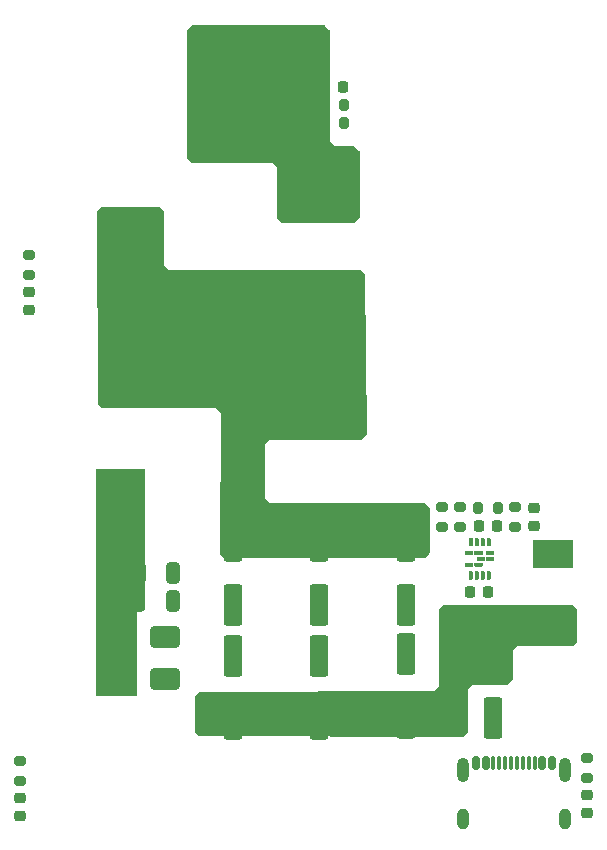
<source format=gbr>
%TF.GenerationSoftware,KiCad,Pcbnew,8.0.5*%
%TF.CreationDate,2024-10-07T09:41:30+08:00*%
%TF.ProjectId,sandersypconverter,73616e64-6572-4737-9970-636f6e766572,rev?*%
%TF.SameCoordinates,Original*%
%TF.FileFunction,Paste,Top*%
%TF.FilePolarity,Positive*%
%FSLAX46Y46*%
G04 Gerber Fmt 4.6, Leading zero omitted, Abs format (unit mm)*
G04 Created by KiCad (PCBNEW 8.0.5) date 2024-10-07 09:41:30*
%MOMM*%
%LPD*%
G01*
G04 APERTURE LIST*
G04 Aperture macros list*
%AMRoundRect*
0 Rectangle with rounded corners*
0 $1 Rounding radius*
0 $2 $3 $4 $5 $6 $7 $8 $9 X,Y pos of 4 corners*
0 Add a 4 corners polygon primitive as box body*
4,1,4,$2,$3,$4,$5,$6,$7,$8,$9,$2,$3,0*
0 Add four circle primitives for the rounded corners*
1,1,$1+$1,$2,$3*
1,1,$1+$1,$4,$5*
1,1,$1+$1,$6,$7*
1,1,$1+$1,$8,$9*
0 Add four rect primitives between the rounded corners*
20,1,$1+$1,$2,$3,$4,$5,0*
20,1,$1+$1,$4,$5,$6,$7,0*
20,1,$1+$1,$6,$7,$8,$9,0*
20,1,$1+$1,$8,$9,$2,$3,0*%
G04 Aperture macros list end*
%ADD10C,0.010000*%
%ADD11RoundRect,0.218750X0.256250X-0.218750X0.256250X0.218750X-0.256250X0.218750X-0.256250X-0.218750X0*%
%ADD12RoundRect,0.250000X-0.550000X1.500000X-0.550000X-1.500000X0.550000X-1.500000X0.550000X1.500000X0*%
%ADD13RoundRect,0.225000X-0.250000X0.225000X-0.250000X-0.225000X0.250000X-0.225000X0.250000X0.225000X0*%
%ADD14RoundRect,0.200000X-0.200000X-0.275000X0.200000X-0.275000X0.200000X0.275000X-0.200000X0.275000X0*%
%ADD15RoundRect,0.250000X1.000000X0.650000X-1.000000X0.650000X-1.000000X-0.650000X1.000000X-0.650000X0*%
%ADD16RoundRect,0.250000X0.550000X-1.500000X0.550000X1.500000X-0.550000X1.500000X-0.550000X-1.500000X0*%
%ADD17RoundRect,0.225000X0.225000X0.250000X-0.225000X0.250000X-0.225000X-0.250000X0.225000X-0.250000X0*%
%ADD18RoundRect,0.218750X-0.218750X-0.256250X0.218750X-0.256250X0.218750X0.256250X-0.218750X0.256250X0*%
%ADD19RoundRect,0.150000X-0.150000X-0.425000X0.150000X-0.425000X0.150000X0.425000X-0.150000X0.425000X0*%
%ADD20RoundRect,0.075000X-0.075000X-0.500000X0.075000X-0.500000X0.075000X0.500000X-0.075000X0.500000X0*%
%ADD21O,1.000000X2.100000*%
%ADD22O,1.000000X1.800000*%
%ADD23RoundRect,0.250000X-0.325000X-0.650000X0.325000X-0.650000X0.325000X0.650000X-0.325000X0.650000X0*%
%ADD24RoundRect,0.200000X0.275000X-0.200000X0.275000X0.200000X-0.275000X0.200000X-0.275000X-0.200000X0*%
%ADD25R,3.500000X2.350000*%
%ADD26RoundRect,0.200000X-0.275000X0.200000X-0.275000X-0.200000X0.275000X-0.200000X0.275000X0.200000X0*%
G04 APERTURE END LIST*
D10*
%TO.C,U1*%
X141352000Y-96183000D02*
X141354000Y-96183000D01*
X141357000Y-96184000D01*
X141359000Y-96184000D01*
X141362000Y-96185000D01*
X141364000Y-96186000D01*
X141367000Y-96187000D01*
X141369000Y-96189000D01*
X141371000Y-96190000D01*
X141373000Y-96192000D01*
X141375000Y-96193000D01*
X141377000Y-96195000D01*
X141379000Y-96197000D01*
X141381000Y-96199000D01*
X141383000Y-96201000D01*
X141384000Y-96203000D01*
X141386000Y-96205000D01*
X141387000Y-96207000D01*
X141389000Y-96209000D01*
X141390000Y-96212000D01*
X141391000Y-96214000D01*
X141392000Y-96217000D01*
X141392000Y-96219000D01*
X141393000Y-96222000D01*
X141393000Y-96224000D01*
X141394000Y-96227000D01*
X141394000Y-96229000D01*
X141394000Y-96232000D01*
X141394000Y-96382000D01*
X141394000Y-96385000D01*
X141394000Y-96387000D01*
X141393000Y-96390000D01*
X141393000Y-96392000D01*
X141392000Y-96395000D01*
X141392000Y-96397000D01*
X141391000Y-96400000D01*
X141390000Y-96402000D01*
X141389000Y-96405000D01*
X141387000Y-96407000D01*
X141386000Y-96409000D01*
X141384000Y-96411000D01*
X141383000Y-96413000D01*
X141381000Y-96415000D01*
X141379000Y-96417000D01*
X141377000Y-96419000D01*
X141375000Y-96421000D01*
X141373000Y-96422000D01*
X141371000Y-96424000D01*
X141369000Y-96425000D01*
X141367000Y-96427000D01*
X141364000Y-96428000D01*
X141362000Y-96429000D01*
X141359000Y-96430000D01*
X141357000Y-96430000D01*
X141354000Y-96431000D01*
X141352000Y-96431000D01*
X141349000Y-96432000D01*
X141347000Y-96432000D01*
X141344000Y-96432000D01*
X140844000Y-96432000D01*
X140841000Y-96432000D01*
X140839000Y-96432000D01*
X140836000Y-96431000D01*
X140834000Y-96431000D01*
X140831000Y-96430000D01*
X140829000Y-96430000D01*
X140826000Y-96429000D01*
X140824000Y-96428000D01*
X140821000Y-96427000D01*
X140819000Y-96425000D01*
X140817000Y-96424000D01*
X140815000Y-96422000D01*
X140813000Y-96421000D01*
X140811000Y-96419000D01*
X140809000Y-96417000D01*
X140807000Y-96415000D01*
X140805000Y-96413000D01*
X140804000Y-96411000D01*
X140802000Y-96409000D01*
X140801000Y-96407000D01*
X140799000Y-96405000D01*
X140798000Y-96402000D01*
X140797000Y-96400000D01*
X140796000Y-96397000D01*
X140796000Y-96395000D01*
X140795000Y-96392000D01*
X140795000Y-96390000D01*
X140794000Y-96387000D01*
X140794000Y-96385000D01*
X140794000Y-96382000D01*
X140794000Y-96232000D01*
X140794000Y-96229000D01*
X140794000Y-96227000D01*
X140795000Y-96224000D01*
X140795000Y-96222000D01*
X140796000Y-96219000D01*
X140796000Y-96217000D01*
X140797000Y-96214000D01*
X140798000Y-96212000D01*
X140799000Y-96209000D01*
X140801000Y-96207000D01*
X140802000Y-96205000D01*
X140804000Y-96203000D01*
X140805000Y-96201000D01*
X140807000Y-96199000D01*
X140809000Y-96197000D01*
X140811000Y-96195000D01*
X140813000Y-96193000D01*
X140815000Y-96192000D01*
X140817000Y-96190000D01*
X140819000Y-96189000D01*
X140821000Y-96187000D01*
X140824000Y-96186000D01*
X140826000Y-96185000D01*
X140829000Y-96184000D01*
X140831000Y-96184000D01*
X140834000Y-96183000D01*
X140836000Y-96183000D01*
X140839000Y-96182000D01*
X140841000Y-96182000D01*
X140844000Y-96182000D01*
X141344000Y-96182000D01*
X141347000Y-96182000D01*
X141349000Y-96182000D01*
X141352000Y-96183000D01*
G36*
X141352000Y-96183000D02*
G01*
X141354000Y-96183000D01*
X141357000Y-96184000D01*
X141359000Y-96184000D01*
X141362000Y-96185000D01*
X141364000Y-96186000D01*
X141367000Y-96187000D01*
X141369000Y-96189000D01*
X141371000Y-96190000D01*
X141373000Y-96192000D01*
X141375000Y-96193000D01*
X141377000Y-96195000D01*
X141379000Y-96197000D01*
X141381000Y-96199000D01*
X141383000Y-96201000D01*
X141384000Y-96203000D01*
X141386000Y-96205000D01*
X141387000Y-96207000D01*
X141389000Y-96209000D01*
X141390000Y-96212000D01*
X141391000Y-96214000D01*
X141392000Y-96217000D01*
X141392000Y-96219000D01*
X141393000Y-96222000D01*
X141393000Y-96224000D01*
X141394000Y-96227000D01*
X141394000Y-96229000D01*
X141394000Y-96232000D01*
X141394000Y-96382000D01*
X141394000Y-96385000D01*
X141394000Y-96387000D01*
X141393000Y-96390000D01*
X141393000Y-96392000D01*
X141392000Y-96395000D01*
X141392000Y-96397000D01*
X141391000Y-96400000D01*
X141390000Y-96402000D01*
X141389000Y-96405000D01*
X141387000Y-96407000D01*
X141386000Y-96409000D01*
X141384000Y-96411000D01*
X141383000Y-96413000D01*
X141381000Y-96415000D01*
X141379000Y-96417000D01*
X141377000Y-96419000D01*
X141375000Y-96421000D01*
X141373000Y-96422000D01*
X141371000Y-96424000D01*
X141369000Y-96425000D01*
X141367000Y-96427000D01*
X141364000Y-96428000D01*
X141362000Y-96429000D01*
X141359000Y-96430000D01*
X141357000Y-96430000D01*
X141354000Y-96431000D01*
X141352000Y-96431000D01*
X141349000Y-96432000D01*
X141347000Y-96432000D01*
X141344000Y-96432000D01*
X140844000Y-96432000D01*
X140841000Y-96432000D01*
X140839000Y-96432000D01*
X140836000Y-96431000D01*
X140834000Y-96431000D01*
X140831000Y-96430000D01*
X140829000Y-96430000D01*
X140826000Y-96429000D01*
X140824000Y-96428000D01*
X140821000Y-96427000D01*
X140819000Y-96425000D01*
X140817000Y-96424000D01*
X140815000Y-96422000D01*
X140813000Y-96421000D01*
X140811000Y-96419000D01*
X140809000Y-96417000D01*
X140807000Y-96415000D01*
X140805000Y-96413000D01*
X140804000Y-96411000D01*
X140802000Y-96409000D01*
X140801000Y-96407000D01*
X140799000Y-96405000D01*
X140798000Y-96402000D01*
X140797000Y-96400000D01*
X140796000Y-96397000D01*
X140796000Y-96395000D01*
X140795000Y-96392000D01*
X140795000Y-96390000D01*
X140794000Y-96387000D01*
X140794000Y-96385000D01*
X140794000Y-96382000D01*
X140794000Y-96232000D01*
X140794000Y-96229000D01*
X140794000Y-96227000D01*
X140795000Y-96224000D01*
X140795000Y-96222000D01*
X140796000Y-96219000D01*
X140796000Y-96217000D01*
X140797000Y-96214000D01*
X140798000Y-96212000D01*
X140799000Y-96209000D01*
X140801000Y-96207000D01*
X140802000Y-96205000D01*
X140804000Y-96203000D01*
X140805000Y-96201000D01*
X140807000Y-96199000D01*
X140809000Y-96197000D01*
X140811000Y-96195000D01*
X140813000Y-96193000D01*
X140815000Y-96192000D01*
X140817000Y-96190000D01*
X140819000Y-96189000D01*
X140821000Y-96187000D01*
X140824000Y-96186000D01*
X140826000Y-96185000D01*
X140829000Y-96184000D01*
X140831000Y-96184000D01*
X140834000Y-96183000D01*
X140836000Y-96183000D01*
X140839000Y-96182000D01*
X140841000Y-96182000D01*
X140844000Y-96182000D01*
X141344000Y-96182000D01*
X141347000Y-96182000D01*
X141349000Y-96182000D01*
X141352000Y-96183000D01*
G37*
X141352000Y-97183000D02*
X141354000Y-97183000D01*
X141357000Y-97184000D01*
X141359000Y-97184000D01*
X141362000Y-97185000D01*
X141364000Y-97186000D01*
X141367000Y-97187000D01*
X141369000Y-97189000D01*
X141371000Y-97190000D01*
X141373000Y-97192000D01*
X141375000Y-97193000D01*
X141377000Y-97195000D01*
X141379000Y-97197000D01*
X141381000Y-97199000D01*
X141383000Y-97201000D01*
X141384000Y-97203000D01*
X141386000Y-97205000D01*
X141387000Y-97207000D01*
X141389000Y-97209000D01*
X141390000Y-97212000D01*
X141391000Y-97214000D01*
X141392000Y-97217000D01*
X141392000Y-97219000D01*
X141393000Y-97222000D01*
X141393000Y-97224000D01*
X141394000Y-97227000D01*
X141394000Y-97229000D01*
X141394000Y-97232000D01*
X141394000Y-97382000D01*
X141394000Y-97385000D01*
X141394000Y-97387000D01*
X141393000Y-97390000D01*
X141393000Y-97392000D01*
X141392000Y-97395000D01*
X141392000Y-97397000D01*
X141391000Y-97400000D01*
X141390000Y-97402000D01*
X141389000Y-97405000D01*
X141387000Y-97407000D01*
X141386000Y-97409000D01*
X141384000Y-97411000D01*
X141383000Y-97413000D01*
X141381000Y-97415000D01*
X141379000Y-97417000D01*
X141377000Y-97419000D01*
X141375000Y-97421000D01*
X141373000Y-97422000D01*
X141371000Y-97424000D01*
X141369000Y-97425000D01*
X141367000Y-97427000D01*
X141364000Y-97428000D01*
X141362000Y-97429000D01*
X141359000Y-97430000D01*
X141357000Y-97430000D01*
X141354000Y-97431000D01*
X141352000Y-97431000D01*
X141349000Y-97432000D01*
X141347000Y-97432000D01*
X141344000Y-97432000D01*
X140844000Y-97432000D01*
X140841000Y-97432000D01*
X140839000Y-97432000D01*
X140836000Y-97431000D01*
X140834000Y-97431000D01*
X140831000Y-97430000D01*
X140829000Y-97430000D01*
X140826000Y-97429000D01*
X140824000Y-97428000D01*
X140821000Y-97427000D01*
X140819000Y-97425000D01*
X140817000Y-97424000D01*
X140815000Y-97422000D01*
X140813000Y-97421000D01*
X140811000Y-97419000D01*
X140809000Y-97417000D01*
X140807000Y-97415000D01*
X140805000Y-97413000D01*
X140804000Y-97411000D01*
X140802000Y-97409000D01*
X140801000Y-97407000D01*
X140799000Y-97405000D01*
X140798000Y-97402000D01*
X140797000Y-97400000D01*
X140796000Y-97397000D01*
X140796000Y-97395000D01*
X140795000Y-97392000D01*
X140795000Y-97390000D01*
X140794000Y-97387000D01*
X140794000Y-97385000D01*
X140794000Y-97382000D01*
X140794000Y-97232000D01*
X140794000Y-97229000D01*
X140794000Y-97227000D01*
X140795000Y-97224000D01*
X140795000Y-97222000D01*
X140796000Y-97219000D01*
X140796000Y-97217000D01*
X140797000Y-97214000D01*
X140798000Y-97212000D01*
X140799000Y-97209000D01*
X140801000Y-97207000D01*
X140802000Y-97205000D01*
X140804000Y-97203000D01*
X140805000Y-97201000D01*
X140807000Y-97199000D01*
X140809000Y-97197000D01*
X140811000Y-97195000D01*
X140813000Y-97193000D01*
X140815000Y-97192000D01*
X140817000Y-97190000D01*
X140819000Y-97189000D01*
X140821000Y-97187000D01*
X140824000Y-97186000D01*
X140826000Y-97185000D01*
X140829000Y-97184000D01*
X140831000Y-97184000D01*
X140834000Y-97183000D01*
X140836000Y-97183000D01*
X140839000Y-97182000D01*
X140841000Y-97182000D01*
X140844000Y-97182000D01*
X141344000Y-97182000D01*
X141347000Y-97182000D01*
X141349000Y-97182000D01*
X141352000Y-97183000D01*
G36*
X141352000Y-97183000D02*
G01*
X141354000Y-97183000D01*
X141357000Y-97184000D01*
X141359000Y-97184000D01*
X141362000Y-97185000D01*
X141364000Y-97186000D01*
X141367000Y-97187000D01*
X141369000Y-97189000D01*
X141371000Y-97190000D01*
X141373000Y-97192000D01*
X141375000Y-97193000D01*
X141377000Y-97195000D01*
X141379000Y-97197000D01*
X141381000Y-97199000D01*
X141383000Y-97201000D01*
X141384000Y-97203000D01*
X141386000Y-97205000D01*
X141387000Y-97207000D01*
X141389000Y-97209000D01*
X141390000Y-97212000D01*
X141391000Y-97214000D01*
X141392000Y-97217000D01*
X141392000Y-97219000D01*
X141393000Y-97222000D01*
X141393000Y-97224000D01*
X141394000Y-97227000D01*
X141394000Y-97229000D01*
X141394000Y-97232000D01*
X141394000Y-97382000D01*
X141394000Y-97385000D01*
X141394000Y-97387000D01*
X141393000Y-97390000D01*
X141393000Y-97392000D01*
X141392000Y-97395000D01*
X141392000Y-97397000D01*
X141391000Y-97400000D01*
X141390000Y-97402000D01*
X141389000Y-97405000D01*
X141387000Y-97407000D01*
X141386000Y-97409000D01*
X141384000Y-97411000D01*
X141383000Y-97413000D01*
X141381000Y-97415000D01*
X141379000Y-97417000D01*
X141377000Y-97419000D01*
X141375000Y-97421000D01*
X141373000Y-97422000D01*
X141371000Y-97424000D01*
X141369000Y-97425000D01*
X141367000Y-97427000D01*
X141364000Y-97428000D01*
X141362000Y-97429000D01*
X141359000Y-97430000D01*
X141357000Y-97430000D01*
X141354000Y-97431000D01*
X141352000Y-97431000D01*
X141349000Y-97432000D01*
X141347000Y-97432000D01*
X141344000Y-97432000D01*
X140844000Y-97432000D01*
X140841000Y-97432000D01*
X140839000Y-97432000D01*
X140836000Y-97431000D01*
X140834000Y-97431000D01*
X140831000Y-97430000D01*
X140829000Y-97430000D01*
X140826000Y-97429000D01*
X140824000Y-97428000D01*
X140821000Y-97427000D01*
X140819000Y-97425000D01*
X140817000Y-97424000D01*
X140815000Y-97422000D01*
X140813000Y-97421000D01*
X140811000Y-97419000D01*
X140809000Y-97417000D01*
X140807000Y-97415000D01*
X140805000Y-97413000D01*
X140804000Y-97411000D01*
X140802000Y-97409000D01*
X140801000Y-97407000D01*
X140799000Y-97405000D01*
X140798000Y-97402000D01*
X140797000Y-97400000D01*
X140796000Y-97397000D01*
X140796000Y-97395000D01*
X140795000Y-97392000D01*
X140795000Y-97390000D01*
X140794000Y-97387000D01*
X140794000Y-97385000D01*
X140794000Y-97382000D01*
X140794000Y-97232000D01*
X140794000Y-97229000D01*
X140794000Y-97227000D01*
X140795000Y-97224000D01*
X140795000Y-97222000D01*
X140796000Y-97219000D01*
X140796000Y-97217000D01*
X140797000Y-97214000D01*
X140798000Y-97212000D01*
X140799000Y-97209000D01*
X140801000Y-97207000D01*
X140802000Y-97205000D01*
X140804000Y-97203000D01*
X140805000Y-97201000D01*
X140807000Y-97199000D01*
X140809000Y-97197000D01*
X140811000Y-97195000D01*
X140813000Y-97193000D01*
X140815000Y-97192000D01*
X140817000Y-97190000D01*
X140819000Y-97189000D01*
X140821000Y-97187000D01*
X140824000Y-97186000D01*
X140826000Y-97185000D01*
X140829000Y-97184000D01*
X140831000Y-97184000D01*
X140834000Y-97183000D01*
X140836000Y-97183000D01*
X140839000Y-97182000D01*
X140841000Y-97182000D01*
X140844000Y-97182000D01*
X141344000Y-97182000D01*
X141347000Y-97182000D01*
X141349000Y-97182000D01*
X141352000Y-97183000D01*
G37*
X141327000Y-95108000D02*
X141329000Y-95108000D01*
X141332000Y-95109000D01*
X141334000Y-95109000D01*
X141337000Y-95110000D01*
X141339000Y-95111000D01*
X141342000Y-95112000D01*
X141344000Y-95114000D01*
X141346000Y-95115000D01*
X141348000Y-95117000D01*
X141350000Y-95118000D01*
X141352000Y-95120000D01*
X141354000Y-95122000D01*
X141356000Y-95124000D01*
X141358000Y-95126000D01*
X141359000Y-95128000D01*
X141361000Y-95130000D01*
X141362000Y-95132000D01*
X141364000Y-95134000D01*
X141365000Y-95137000D01*
X141366000Y-95139000D01*
X141367000Y-95142000D01*
X141367000Y-95144000D01*
X141368000Y-95147000D01*
X141368000Y-95149000D01*
X141369000Y-95152000D01*
X141369000Y-95154000D01*
X141369000Y-95157000D01*
X141369000Y-95657000D01*
X141369000Y-95660000D01*
X141369000Y-95662000D01*
X141368000Y-95665000D01*
X141368000Y-95667000D01*
X141367000Y-95670000D01*
X141367000Y-95672000D01*
X141366000Y-95675000D01*
X141365000Y-95677000D01*
X141364000Y-95680000D01*
X141362000Y-95682000D01*
X141361000Y-95684000D01*
X141359000Y-95686000D01*
X141358000Y-95688000D01*
X141356000Y-95690000D01*
X141354000Y-95692000D01*
X141352000Y-95694000D01*
X141350000Y-95696000D01*
X141348000Y-95697000D01*
X141346000Y-95699000D01*
X141344000Y-95700000D01*
X141342000Y-95702000D01*
X141339000Y-95703000D01*
X141337000Y-95704000D01*
X141334000Y-95705000D01*
X141332000Y-95705000D01*
X141329000Y-95706000D01*
X141327000Y-95706000D01*
X141324000Y-95707000D01*
X141322000Y-95707000D01*
X141319000Y-95707000D01*
X141169000Y-95707000D01*
X141166000Y-95707000D01*
X141164000Y-95707000D01*
X141161000Y-95706000D01*
X141159000Y-95706000D01*
X141156000Y-95705000D01*
X141154000Y-95705000D01*
X141151000Y-95704000D01*
X141149000Y-95703000D01*
X141146000Y-95702000D01*
X141144000Y-95700000D01*
X141142000Y-95699000D01*
X141140000Y-95697000D01*
X141138000Y-95696000D01*
X141136000Y-95694000D01*
X141134000Y-95692000D01*
X141132000Y-95690000D01*
X141130000Y-95688000D01*
X141129000Y-95686000D01*
X141127000Y-95684000D01*
X141126000Y-95682000D01*
X141124000Y-95680000D01*
X141123000Y-95677000D01*
X141122000Y-95675000D01*
X141121000Y-95672000D01*
X141121000Y-95670000D01*
X141120000Y-95667000D01*
X141120000Y-95665000D01*
X141119000Y-95662000D01*
X141119000Y-95660000D01*
X141119000Y-95657000D01*
X141119000Y-95157000D01*
X141119000Y-95154000D01*
X141119000Y-95152000D01*
X141120000Y-95149000D01*
X141120000Y-95147000D01*
X141121000Y-95144000D01*
X141121000Y-95142000D01*
X141122000Y-95139000D01*
X141123000Y-95137000D01*
X141124000Y-95134000D01*
X141126000Y-95132000D01*
X141127000Y-95130000D01*
X141129000Y-95128000D01*
X141130000Y-95126000D01*
X141132000Y-95124000D01*
X141134000Y-95122000D01*
X141136000Y-95120000D01*
X141138000Y-95118000D01*
X141140000Y-95117000D01*
X141142000Y-95115000D01*
X141144000Y-95114000D01*
X141146000Y-95112000D01*
X141149000Y-95111000D01*
X141151000Y-95110000D01*
X141154000Y-95109000D01*
X141156000Y-95109000D01*
X141159000Y-95108000D01*
X141161000Y-95108000D01*
X141164000Y-95107000D01*
X141166000Y-95107000D01*
X141169000Y-95107000D01*
X141319000Y-95107000D01*
X141322000Y-95107000D01*
X141324000Y-95107000D01*
X141327000Y-95108000D01*
G36*
X141327000Y-95108000D02*
G01*
X141329000Y-95108000D01*
X141332000Y-95109000D01*
X141334000Y-95109000D01*
X141337000Y-95110000D01*
X141339000Y-95111000D01*
X141342000Y-95112000D01*
X141344000Y-95114000D01*
X141346000Y-95115000D01*
X141348000Y-95117000D01*
X141350000Y-95118000D01*
X141352000Y-95120000D01*
X141354000Y-95122000D01*
X141356000Y-95124000D01*
X141358000Y-95126000D01*
X141359000Y-95128000D01*
X141361000Y-95130000D01*
X141362000Y-95132000D01*
X141364000Y-95134000D01*
X141365000Y-95137000D01*
X141366000Y-95139000D01*
X141367000Y-95142000D01*
X141367000Y-95144000D01*
X141368000Y-95147000D01*
X141368000Y-95149000D01*
X141369000Y-95152000D01*
X141369000Y-95154000D01*
X141369000Y-95157000D01*
X141369000Y-95657000D01*
X141369000Y-95660000D01*
X141369000Y-95662000D01*
X141368000Y-95665000D01*
X141368000Y-95667000D01*
X141367000Y-95670000D01*
X141367000Y-95672000D01*
X141366000Y-95675000D01*
X141365000Y-95677000D01*
X141364000Y-95680000D01*
X141362000Y-95682000D01*
X141361000Y-95684000D01*
X141359000Y-95686000D01*
X141358000Y-95688000D01*
X141356000Y-95690000D01*
X141354000Y-95692000D01*
X141352000Y-95694000D01*
X141350000Y-95696000D01*
X141348000Y-95697000D01*
X141346000Y-95699000D01*
X141344000Y-95700000D01*
X141342000Y-95702000D01*
X141339000Y-95703000D01*
X141337000Y-95704000D01*
X141334000Y-95705000D01*
X141332000Y-95705000D01*
X141329000Y-95706000D01*
X141327000Y-95706000D01*
X141324000Y-95707000D01*
X141322000Y-95707000D01*
X141319000Y-95707000D01*
X141169000Y-95707000D01*
X141166000Y-95707000D01*
X141164000Y-95707000D01*
X141161000Y-95706000D01*
X141159000Y-95706000D01*
X141156000Y-95705000D01*
X141154000Y-95705000D01*
X141151000Y-95704000D01*
X141149000Y-95703000D01*
X141146000Y-95702000D01*
X141144000Y-95700000D01*
X141142000Y-95699000D01*
X141140000Y-95697000D01*
X141138000Y-95696000D01*
X141136000Y-95694000D01*
X141134000Y-95692000D01*
X141132000Y-95690000D01*
X141130000Y-95688000D01*
X141129000Y-95686000D01*
X141127000Y-95684000D01*
X141126000Y-95682000D01*
X141124000Y-95680000D01*
X141123000Y-95677000D01*
X141122000Y-95675000D01*
X141121000Y-95672000D01*
X141121000Y-95670000D01*
X141120000Y-95667000D01*
X141120000Y-95665000D01*
X141119000Y-95662000D01*
X141119000Y-95660000D01*
X141119000Y-95657000D01*
X141119000Y-95157000D01*
X141119000Y-95154000D01*
X141119000Y-95152000D01*
X141120000Y-95149000D01*
X141120000Y-95147000D01*
X141121000Y-95144000D01*
X141121000Y-95142000D01*
X141122000Y-95139000D01*
X141123000Y-95137000D01*
X141124000Y-95134000D01*
X141126000Y-95132000D01*
X141127000Y-95130000D01*
X141129000Y-95128000D01*
X141130000Y-95126000D01*
X141132000Y-95124000D01*
X141134000Y-95122000D01*
X141136000Y-95120000D01*
X141138000Y-95118000D01*
X141140000Y-95117000D01*
X141142000Y-95115000D01*
X141144000Y-95114000D01*
X141146000Y-95112000D01*
X141149000Y-95111000D01*
X141151000Y-95110000D01*
X141154000Y-95109000D01*
X141156000Y-95109000D01*
X141159000Y-95108000D01*
X141161000Y-95108000D01*
X141164000Y-95107000D01*
X141166000Y-95107000D01*
X141169000Y-95107000D01*
X141319000Y-95107000D01*
X141322000Y-95107000D01*
X141324000Y-95107000D01*
X141327000Y-95108000D01*
G37*
X141327000Y-97908000D02*
X141329000Y-97908000D01*
X141332000Y-97909000D01*
X141334000Y-97909000D01*
X141337000Y-97910000D01*
X141339000Y-97911000D01*
X141342000Y-97912000D01*
X141344000Y-97914000D01*
X141346000Y-97915000D01*
X141348000Y-97917000D01*
X141350000Y-97918000D01*
X141352000Y-97920000D01*
X141354000Y-97922000D01*
X141356000Y-97924000D01*
X141358000Y-97926000D01*
X141359000Y-97928000D01*
X141361000Y-97930000D01*
X141362000Y-97932000D01*
X141364000Y-97934000D01*
X141365000Y-97937000D01*
X141366000Y-97939000D01*
X141367000Y-97942000D01*
X141367000Y-97944000D01*
X141368000Y-97947000D01*
X141368000Y-97949000D01*
X141369000Y-97952000D01*
X141369000Y-97954000D01*
X141369000Y-97957000D01*
X141369000Y-98457000D01*
X141369000Y-98460000D01*
X141369000Y-98462000D01*
X141368000Y-98465000D01*
X141368000Y-98467000D01*
X141367000Y-98470000D01*
X141367000Y-98472000D01*
X141366000Y-98475000D01*
X141365000Y-98477000D01*
X141364000Y-98480000D01*
X141362000Y-98482000D01*
X141361000Y-98484000D01*
X141359000Y-98486000D01*
X141358000Y-98488000D01*
X141356000Y-98490000D01*
X141354000Y-98492000D01*
X141352000Y-98494000D01*
X141350000Y-98496000D01*
X141348000Y-98497000D01*
X141346000Y-98499000D01*
X141344000Y-98500000D01*
X141342000Y-98502000D01*
X141339000Y-98503000D01*
X141337000Y-98504000D01*
X141334000Y-98505000D01*
X141332000Y-98505000D01*
X141329000Y-98506000D01*
X141327000Y-98506000D01*
X141324000Y-98507000D01*
X141322000Y-98507000D01*
X141319000Y-98507000D01*
X141169000Y-98507000D01*
X141166000Y-98507000D01*
X141164000Y-98507000D01*
X141161000Y-98506000D01*
X141159000Y-98506000D01*
X141156000Y-98505000D01*
X141154000Y-98505000D01*
X141151000Y-98504000D01*
X141149000Y-98503000D01*
X141146000Y-98502000D01*
X141144000Y-98500000D01*
X141142000Y-98499000D01*
X141140000Y-98497000D01*
X141138000Y-98496000D01*
X141136000Y-98494000D01*
X141134000Y-98492000D01*
X141132000Y-98490000D01*
X141130000Y-98488000D01*
X141129000Y-98486000D01*
X141127000Y-98484000D01*
X141126000Y-98482000D01*
X141124000Y-98480000D01*
X141123000Y-98477000D01*
X141122000Y-98475000D01*
X141121000Y-98472000D01*
X141121000Y-98470000D01*
X141120000Y-98467000D01*
X141120000Y-98465000D01*
X141119000Y-98462000D01*
X141119000Y-98460000D01*
X141119000Y-98457000D01*
X141119000Y-97957000D01*
X141119000Y-97954000D01*
X141119000Y-97952000D01*
X141120000Y-97949000D01*
X141120000Y-97947000D01*
X141121000Y-97944000D01*
X141121000Y-97942000D01*
X141122000Y-97939000D01*
X141123000Y-97937000D01*
X141124000Y-97934000D01*
X141126000Y-97932000D01*
X141127000Y-97930000D01*
X141129000Y-97928000D01*
X141130000Y-97926000D01*
X141132000Y-97924000D01*
X141134000Y-97922000D01*
X141136000Y-97920000D01*
X141138000Y-97918000D01*
X141140000Y-97917000D01*
X141142000Y-97915000D01*
X141144000Y-97914000D01*
X141146000Y-97912000D01*
X141149000Y-97911000D01*
X141151000Y-97910000D01*
X141154000Y-97909000D01*
X141156000Y-97909000D01*
X141159000Y-97908000D01*
X141161000Y-97908000D01*
X141164000Y-97907000D01*
X141166000Y-97907000D01*
X141169000Y-97907000D01*
X141319000Y-97907000D01*
X141322000Y-97907000D01*
X141324000Y-97907000D01*
X141327000Y-97908000D01*
G36*
X141327000Y-97908000D02*
G01*
X141329000Y-97908000D01*
X141332000Y-97909000D01*
X141334000Y-97909000D01*
X141337000Y-97910000D01*
X141339000Y-97911000D01*
X141342000Y-97912000D01*
X141344000Y-97914000D01*
X141346000Y-97915000D01*
X141348000Y-97917000D01*
X141350000Y-97918000D01*
X141352000Y-97920000D01*
X141354000Y-97922000D01*
X141356000Y-97924000D01*
X141358000Y-97926000D01*
X141359000Y-97928000D01*
X141361000Y-97930000D01*
X141362000Y-97932000D01*
X141364000Y-97934000D01*
X141365000Y-97937000D01*
X141366000Y-97939000D01*
X141367000Y-97942000D01*
X141367000Y-97944000D01*
X141368000Y-97947000D01*
X141368000Y-97949000D01*
X141369000Y-97952000D01*
X141369000Y-97954000D01*
X141369000Y-97957000D01*
X141369000Y-98457000D01*
X141369000Y-98460000D01*
X141369000Y-98462000D01*
X141368000Y-98465000D01*
X141368000Y-98467000D01*
X141367000Y-98470000D01*
X141367000Y-98472000D01*
X141366000Y-98475000D01*
X141365000Y-98477000D01*
X141364000Y-98480000D01*
X141362000Y-98482000D01*
X141361000Y-98484000D01*
X141359000Y-98486000D01*
X141358000Y-98488000D01*
X141356000Y-98490000D01*
X141354000Y-98492000D01*
X141352000Y-98494000D01*
X141350000Y-98496000D01*
X141348000Y-98497000D01*
X141346000Y-98499000D01*
X141344000Y-98500000D01*
X141342000Y-98502000D01*
X141339000Y-98503000D01*
X141337000Y-98504000D01*
X141334000Y-98505000D01*
X141332000Y-98505000D01*
X141329000Y-98506000D01*
X141327000Y-98506000D01*
X141324000Y-98507000D01*
X141322000Y-98507000D01*
X141319000Y-98507000D01*
X141169000Y-98507000D01*
X141166000Y-98507000D01*
X141164000Y-98507000D01*
X141161000Y-98506000D01*
X141159000Y-98506000D01*
X141156000Y-98505000D01*
X141154000Y-98505000D01*
X141151000Y-98504000D01*
X141149000Y-98503000D01*
X141146000Y-98502000D01*
X141144000Y-98500000D01*
X141142000Y-98499000D01*
X141140000Y-98497000D01*
X141138000Y-98496000D01*
X141136000Y-98494000D01*
X141134000Y-98492000D01*
X141132000Y-98490000D01*
X141130000Y-98488000D01*
X141129000Y-98486000D01*
X141127000Y-98484000D01*
X141126000Y-98482000D01*
X141124000Y-98480000D01*
X141123000Y-98477000D01*
X141122000Y-98475000D01*
X141121000Y-98472000D01*
X141121000Y-98470000D01*
X141120000Y-98467000D01*
X141120000Y-98465000D01*
X141119000Y-98462000D01*
X141119000Y-98460000D01*
X141119000Y-98457000D01*
X141119000Y-97957000D01*
X141119000Y-97954000D01*
X141119000Y-97952000D01*
X141120000Y-97949000D01*
X141120000Y-97947000D01*
X141121000Y-97944000D01*
X141121000Y-97942000D01*
X141122000Y-97939000D01*
X141123000Y-97937000D01*
X141124000Y-97934000D01*
X141126000Y-97932000D01*
X141127000Y-97930000D01*
X141129000Y-97928000D01*
X141130000Y-97926000D01*
X141132000Y-97924000D01*
X141134000Y-97922000D01*
X141136000Y-97920000D01*
X141138000Y-97918000D01*
X141140000Y-97917000D01*
X141142000Y-97915000D01*
X141144000Y-97914000D01*
X141146000Y-97912000D01*
X141149000Y-97911000D01*
X141151000Y-97910000D01*
X141154000Y-97909000D01*
X141156000Y-97909000D01*
X141159000Y-97908000D01*
X141161000Y-97908000D01*
X141164000Y-97907000D01*
X141166000Y-97907000D01*
X141169000Y-97907000D01*
X141319000Y-97907000D01*
X141322000Y-97907000D01*
X141324000Y-97907000D01*
X141327000Y-97908000D01*
G37*
X142152000Y-96183000D02*
X142154000Y-96183000D01*
X142157000Y-96184000D01*
X142159000Y-96184000D01*
X142162000Y-96185000D01*
X142164000Y-96186000D01*
X142167000Y-96187000D01*
X142169000Y-96189000D01*
X142171000Y-96190000D01*
X142173000Y-96192000D01*
X142175000Y-96193000D01*
X142177000Y-96195000D01*
X142179000Y-96197000D01*
X142181000Y-96199000D01*
X142183000Y-96201000D01*
X142184000Y-96203000D01*
X142186000Y-96205000D01*
X142187000Y-96207000D01*
X142189000Y-96209000D01*
X142190000Y-96212000D01*
X142191000Y-96214000D01*
X142192000Y-96217000D01*
X142192000Y-96219000D01*
X142193000Y-96222000D01*
X142193000Y-96224000D01*
X142194000Y-96227000D01*
X142194000Y-96229000D01*
X142194000Y-96232000D01*
X142194000Y-96382000D01*
X142194000Y-96385000D01*
X142194000Y-96387000D01*
X142193000Y-96390000D01*
X142193000Y-96392000D01*
X142192000Y-96395000D01*
X142192000Y-96397000D01*
X142191000Y-96400000D01*
X142190000Y-96402000D01*
X142189000Y-96405000D01*
X142187000Y-96407000D01*
X142186000Y-96409000D01*
X142184000Y-96411000D01*
X142183000Y-96413000D01*
X142181000Y-96415000D01*
X142179000Y-96417000D01*
X142177000Y-96419000D01*
X142175000Y-96421000D01*
X142173000Y-96422000D01*
X142171000Y-96424000D01*
X142169000Y-96425000D01*
X142167000Y-96427000D01*
X142164000Y-96428000D01*
X142162000Y-96429000D01*
X142159000Y-96430000D01*
X142157000Y-96430000D01*
X142154000Y-96431000D01*
X142152000Y-96431000D01*
X142149000Y-96432000D01*
X142147000Y-96432000D01*
X142144000Y-96432000D01*
X141644000Y-96432000D01*
X141641000Y-96432000D01*
X141639000Y-96432000D01*
X141636000Y-96431000D01*
X141634000Y-96431000D01*
X141631000Y-96430000D01*
X141629000Y-96430000D01*
X141626000Y-96429000D01*
X141624000Y-96428000D01*
X141621000Y-96427000D01*
X141619000Y-96425000D01*
X141617000Y-96424000D01*
X141615000Y-96422000D01*
X141613000Y-96421000D01*
X141611000Y-96419000D01*
X141609000Y-96417000D01*
X141607000Y-96415000D01*
X141605000Y-96413000D01*
X141604000Y-96411000D01*
X141602000Y-96409000D01*
X141601000Y-96407000D01*
X141599000Y-96405000D01*
X141598000Y-96402000D01*
X141597000Y-96400000D01*
X141596000Y-96397000D01*
X141596000Y-96395000D01*
X141595000Y-96392000D01*
X141595000Y-96390000D01*
X141594000Y-96387000D01*
X141594000Y-96385000D01*
X141594000Y-96382000D01*
X141594000Y-96232000D01*
X141594000Y-96229000D01*
X141594000Y-96227000D01*
X141595000Y-96224000D01*
X141595000Y-96222000D01*
X141596000Y-96219000D01*
X141596000Y-96217000D01*
X141597000Y-96214000D01*
X141598000Y-96212000D01*
X141599000Y-96209000D01*
X141601000Y-96207000D01*
X141602000Y-96205000D01*
X141604000Y-96203000D01*
X141605000Y-96201000D01*
X141607000Y-96199000D01*
X141609000Y-96197000D01*
X141611000Y-96195000D01*
X141613000Y-96193000D01*
X141615000Y-96192000D01*
X141617000Y-96190000D01*
X141619000Y-96189000D01*
X141621000Y-96187000D01*
X141624000Y-96186000D01*
X141626000Y-96185000D01*
X141629000Y-96184000D01*
X141631000Y-96184000D01*
X141634000Y-96183000D01*
X141636000Y-96183000D01*
X141639000Y-96182000D01*
X141641000Y-96182000D01*
X141644000Y-96182000D01*
X142144000Y-96182000D01*
X142147000Y-96182000D01*
X142149000Y-96182000D01*
X142152000Y-96183000D01*
G36*
X142152000Y-96183000D02*
G01*
X142154000Y-96183000D01*
X142157000Y-96184000D01*
X142159000Y-96184000D01*
X142162000Y-96185000D01*
X142164000Y-96186000D01*
X142167000Y-96187000D01*
X142169000Y-96189000D01*
X142171000Y-96190000D01*
X142173000Y-96192000D01*
X142175000Y-96193000D01*
X142177000Y-96195000D01*
X142179000Y-96197000D01*
X142181000Y-96199000D01*
X142183000Y-96201000D01*
X142184000Y-96203000D01*
X142186000Y-96205000D01*
X142187000Y-96207000D01*
X142189000Y-96209000D01*
X142190000Y-96212000D01*
X142191000Y-96214000D01*
X142192000Y-96217000D01*
X142192000Y-96219000D01*
X142193000Y-96222000D01*
X142193000Y-96224000D01*
X142194000Y-96227000D01*
X142194000Y-96229000D01*
X142194000Y-96232000D01*
X142194000Y-96382000D01*
X142194000Y-96385000D01*
X142194000Y-96387000D01*
X142193000Y-96390000D01*
X142193000Y-96392000D01*
X142192000Y-96395000D01*
X142192000Y-96397000D01*
X142191000Y-96400000D01*
X142190000Y-96402000D01*
X142189000Y-96405000D01*
X142187000Y-96407000D01*
X142186000Y-96409000D01*
X142184000Y-96411000D01*
X142183000Y-96413000D01*
X142181000Y-96415000D01*
X142179000Y-96417000D01*
X142177000Y-96419000D01*
X142175000Y-96421000D01*
X142173000Y-96422000D01*
X142171000Y-96424000D01*
X142169000Y-96425000D01*
X142167000Y-96427000D01*
X142164000Y-96428000D01*
X142162000Y-96429000D01*
X142159000Y-96430000D01*
X142157000Y-96430000D01*
X142154000Y-96431000D01*
X142152000Y-96431000D01*
X142149000Y-96432000D01*
X142147000Y-96432000D01*
X142144000Y-96432000D01*
X141644000Y-96432000D01*
X141641000Y-96432000D01*
X141639000Y-96432000D01*
X141636000Y-96431000D01*
X141634000Y-96431000D01*
X141631000Y-96430000D01*
X141629000Y-96430000D01*
X141626000Y-96429000D01*
X141624000Y-96428000D01*
X141621000Y-96427000D01*
X141619000Y-96425000D01*
X141617000Y-96424000D01*
X141615000Y-96422000D01*
X141613000Y-96421000D01*
X141611000Y-96419000D01*
X141609000Y-96417000D01*
X141607000Y-96415000D01*
X141605000Y-96413000D01*
X141604000Y-96411000D01*
X141602000Y-96409000D01*
X141601000Y-96407000D01*
X141599000Y-96405000D01*
X141598000Y-96402000D01*
X141597000Y-96400000D01*
X141596000Y-96397000D01*
X141596000Y-96395000D01*
X141595000Y-96392000D01*
X141595000Y-96390000D01*
X141594000Y-96387000D01*
X141594000Y-96385000D01*
X141594000Y-96382000D01*
X141594000Y-96232000D01*
X141594000Y-96229000D01*
X141594000Y-96227000D01*
X141595000Y-96224000D01*
X141595000Y-96222000D01*
X141596000Y-96219000D01*
X141596000Y-96217000D01*
X141597000Y-96214000D01*
X141598000Y-96212000D01*
X141599000Y-96209000D01*
X141601000Y-96207000D01*
X141602000Y-96205000D01*
X141604000Y-96203000D01*
X141605000Y-96201000D01*
X141607000Y-96199000D01*
X141609000Y-96197000D01*
X141611000Y-96195000D01*
X141613000Y-96193000D01*
X141615000Y-96192000D01*
X141617000Y-96190000D01*
X141619000Y-96189000D01*
X141621000Y-96187000D01*
X141624000Y-96186000D01*
X141626000Y-96185000D01*
X141629000Y-96184000D01*
X141631000Y-96184000D01*
X141634000Y-96183000D01*
X141636000Y-96183000D01*
X141639000Y-96182000D01*
X141641000Y-96182000D01*
X141644000Y-96182000D01*
X142144000Y-96182000D01*
X142147000Y-96182000D01*
X142149000Y-96182000D01*
X142152000Y-96183000D01*
G37*
X142152000Y-97183000D02*
X142154000Y-97183000D01*
X142157000Y-97184000D01*
X142159000Y-97184000D01*
X142162000Y-97185000D01*
X142164000Y-97186000D01*
X142167000Y-97187000D01*
X142169000Y-97189000D01*
X142171000Y-97190000D01*
X142173000Y-97192000D01*
X142175000Y-97193000D01*
X142177000Y-97195000D01*
X142179000Y-97197000D01*
X142181000Y-97199000D01*
X142183000Y-97201000D01*
X142184000Y-97203000D01*
X142186000Y-97205000D01*
X142187000Y-97207000D01*
X142189000Y-97209000D01*
X142190000Y-97212000D01*
X142191000Y-97214000D01*
X142192000Y-97217000D01*
X142192000Y-97219000D01*
X142193000Y-97222000D01*
X142193000Y-97224000D01*
X142194000Y-97227000D01*
X142194000Y-97229000D01*
X142194000Y-97232000D01*
X142194000Y-97382000D01*
X142194000Y-97385000D01*
X142194000Y-97387000D01*
X142193000Y-97390000D01*
X142193000Y-97392000D01*
X142192000Y-97395000D01*
X142192000Y-97397000D01*
X142191000Y-97400000D01*
X142190000Y-97402000D01*
X142189000Y-97405000D01*
X142187000Y-97407000D01*
X142186000Y-97409000D01*
X142184000Y-97411000D01*
X142183000Y-97413000D01*
X142181000Y-97415000D01*
X142179000Y-97417000D01*
X142177000Y-97419000D01*
X142175000Y-97421000D01*
X142173000Y-97422000D01*
X142171000Y-97424000D01*
X142169000Y-97425000D01*
X142167000Y-97427000D01*
X142164000Y-97428000D01*
X142162000Y-97429000D01*
X142159000Y-97430000D01*
X142157000Y-97430000D01*
X142154000Y-97431000D01*
X142152000Y-97431000D01*
X142149000Y-97432000D01*
X142147000Y-97432000D01*
X142144000Y-97432000D01*
X141644000Y-97432000D01*
X141641000Y-97432000D01*
X141639000Y-97432000D01*
X141636000Y-97431000D01*
X141634000Y-97431000D01*
X141631000Y-97430000D01*
X141629000Y-97430000D01*
X141626000Y-97429000D01*
X141624000Y-97428000D01*
X141621000Y-97427000D01*
X141619000Y-97425000D01*
X141617000Y-97424000D01*
X141615000Y-97422000D01*
X141613000Y-97421000D01*
X141611000Y-97419000D01*
X141609000Y-97417000D01*
X141607000Y-97415000D01*
X141605000Y-97413000D01*
X141604000Y-97411000D01*
X141602000Y-97409000D01*
X141601000Y-97407000D01*
X141599000Y-97405000D01*
X141598000Y-97402000D01*
X141597000Y-97400000D01*
X141596000Y-97397000D01*
X141596000Y-97395000D01*
X141595000Y-97392000D01*
X141595000Y-97390000D01*
X141594000Y-97387000D01*
X141594000Y-97385000D01*
X141594000Y-97382000D01*
X141594000Y-97232000D01*
X141594000Y-97229000D01*
X141594000Y-97227000D01*
X141595000Y-97224000D01*
X141595000Y-97222000D01*
X141596000Y-97219000D01*
X141596000Y-97217000D01*
X141597000Y-97214000D01*
X141598000Y-97212000D01*
X141599000Y-97209000D01*
X141601000Y-97207000D01*
X141602000Y-97205000D01*
X141604000Y-97203000D01*
X141605000Y-97201000D01*
X141607000Y-97199000D01*
X141609000Y-97197000D01*
X141611000Y-97195000D01*
X141613000Y-97193000D01*
X141615000Y-97192000D01*
X141617000Y-97190000D01*
X141619000Y-97189000D01*
X141621000Y-97187000D01*
X141624000Y-97186000D01*
X141626000Y-97185000D01*
X141629000Y-97184000D01*
X141631000Y-97184000D01*
X141634000Y-97183000D01*
X141636000Y-97183000D01*
X141639000Y-97182000D01*
X141641000Y-97182000D01*
X141644000Y-97182000D01*
X142144000Y-97182000D01*
X142147000Y-97182000D01*
X142149000Y-97182000D01*
X142152000Y-97183000D01*
G36*
X142152000Y-97183000D02*
G01*
X142154000Y-97183000D01*
X142157000Y-97184000D01*
X142159000Y-97184000D01*
X142162000Y-97185000D01*
X142164000Y-97186000D01*
X142167000Y-97187000D01*
X142169000Y-97189000D01*
X142171000Y-97190000D01*
X142173000Y-97192000D01*
X142175000Y-97193000D01*
X142177000Y-97195000D01*
X142179000Y-97197000D01*
X142181000Y-97199000D01*
X142183000Y-97201000D01*
X142184000Y-97203000D01*
X142186000Y-97205000D01*
X142187000Y-97207000D01*
X142189000Y-97209000D01*
X142190000Y-97212000D01*
X142191000Y-97214000D01*
X142192000Y-97217000D01*
X142192000Y-97219000D01*
X142193000Y-97222000D01*
X142193000Y-97224000D01*
X142194000Y-97227000D01*
X142194000Y-97229000D01*
X142194000Y-97232000D01*
X142194000Y-97382000D01*
X142194000Y-97385000D01*
X142194000Y-97387000D01*
X142193000Y-97390000D01*
X142193000Y-97392000D01*
X142192000Y-97395000D01*
X142192000Y-97397000D01*
X142191000Y-97400000D01*
X142190000Y-97402000D01*
X142189000Y-97405000D01*
X142187000Y-97407000D01*
X142186000Y-97409000D01*
X142184000Y-97411000D01*
X142183000Y-97413000D01*
X142181000Y-97415000D01*
X142179000Y-97417000D01*
X142177000Y-97419000D01*
X142175000Y-97421000D01*
X142173000Y-97422000D01*
X142171000Y-97424000D01*
X142169000Y-97425000D01*
X142167000Y-97427000D01*
X142164000Y-97428000D01*
X142162000Y-97429000D01*
X142159000Y-97430000D01*
X142157000Y-97430000D01*
X142154000Y-97431000D01*
X142152000Y-97431000D01*
X142149000Y-97432000D01*
X142147000Y-97432000D01*
X142144000Y-97432000D01*
X141644000Y-97432000D01*
X141641000Y-97432000D01*
X141639000Y-97432000D01*
X141636000Y-97431000D01*
X141634000Y-97431000D01*
X141631000Y-97430000D01*
X141629000Y-97430000D01*
X141626000Y-97429000D01*
X141624000Y-97428000D01*
X141621000Y-97427000D01*
X141619000Y-97425000D01*
X141617000Y-97424000D01*
X141615000Y-97422000D01*
X141613000Y-97421000D01*
X141611000Y-97419000D01*
X141609000Y-97417000D01*
X141607000Y-97415000D01*
X141605000Y-97413000D01*
X141604000Y-97411000D01*
X141602000Y-97409000D01*
X141601000Y-97407000D01*
X141599000Y-97405000D01*
X141598000Y-97402000D01*
X141597000Y-97400000D01*
X141596000Y-97397000D01*
X141596000Y-97395000D01*
X141595000Y-97392000D01*
X141595000Y-97390000D01*
X141594000Y-97387000D01*
X141594000Y-97385000D01*
X141594000Y-97382000D01*
X141594000Y-97232000D01*
X141594000Y-97229000D01*
X141594000Y-97227000D01*
X141595000Y-97224000D01*
X141595000Y-97222000D01*
X141596000Y-97219000D01*
X141596000Y-97217000D01*
X141597000Y-97214000D01*
X141598000Y-97212000D01*
X141599000Y-97209000D01*
X141601000Y-97207000D01*
X141602000Y-97205000D01*
X141604000Y-97203000D01*
X141605000Y-97201000D01*
X141607000Y-97199000D01*
X141609000Y-97197000D01*
X141611000Y-97195000D01*
X141613000Y-97193000D01*
X141615000Y-97192000D01*
X141617000Y-97190000D01*
X141619000Y-97189000D01*
X141621000Y-97187000D01*
X141624000Y-97186000D01*
X141626000Y-97185000D01*
X141629000Y-97184000D01*
X141631000Y-97184000D01*
X141634000Y-97183000D01*
X141636000Y-97183000D01*
X141639000Y-97182000D01*
X141641000Y-97182000D01*
X141644000Y-97182000D01*
X142144000Y-97182000D01*
X142147000Y-97182000D01*
X142149000Y-97182000D01*
X142152000Y-97183000D01*
G37*
X141827000Y-95108000D02*
X141829000Y-95108000D01*
X141832000Y-95109000D01*
X141834000Y-95109000D01*
X141837000Y-95110000D01*
X141839000Y-95111000D01*
X141842000Y-95112000D01*
X141844000Y-95114000D01*
X141846000Y-95115000D01*
X141848000Y-95117000D01*
X141850000Y-95118000D01*
X141852000Y-95120000D01*
X141854000Y-95122000D01*
X141856000Y-95124000D01*
X141858000Y-95126000D01*
X141859000Y-95128000D01*
X141861000Y-95130000D01*
X141862000Y-95132000D01*
X141864000Y-95134000D01*
X141865000Y-95137000D01*
X141866000Y-95139000D01*
X141867000Y-95142000D01*
X141867000Y-95144000D01*
X141868000Y-95147000D01*
X141868000Y-95149000D01*
X141869000Y-95152000D01*
X141869000Y-95154000D01*
X141869000Y-95157000D01*
X141869000Y-95657000D01*
X141869000Y-95660000D01*
X141869000Y-95662000D01*
X141868000Y-95665000D01*
X141868000Y-95667000D01*
X141867000Y-95670000D01*
X141867000Y-95672000D01*
X141866000Y-95675000D01*
X141865000Y-95677000D01*
X141864000Y-95680000D01*
X141862000Y-95682000D01*
X141861000Y-95684000D01*
X141859000Y-95686000D01*
X141858000Y-95688000D01*
X141856000Y-95690000D01*
X141854000Y-95692000D01*
X141852000Y-95694000D01*
X141850000Y-95696000D01*
X141848000Y-95697000D01*
X141846000Y-95699000D01*
X141844000Y-95700000D01*
X141842000Y-95702000D01*
X141839000Y-95703000D01*
X141837000Y-95704000D01*
X141834000Y-95705000D01*
X141832000Y-95705000D01*
X141829000Y-95706000D01*
X141827000Y-95706000D01*
X141824000Y-95707000D01*
X141822000Y-95707000D01*
X141819000Y-95707000D01*
X141669000Y-95707000D01*
X141666000Y-95707000D01*
X141664000Y-95707000D01*
X141661000Y-95706000D01*
X141659000Y-95706000D01*
X141656000Y-95705000D01*
X141654000Y-95705000D01*
X141651000Y-95704000D01*
X141649000Y-95703000D01*
X141646000Y-95702000D01*
X141644000Y-95700000D01*
X141642000Y-95699000D01*
X141640000Y-95697000D01*
X141638000Y-95696000D01*
X141636000Y-95694000D01*
X141634000Y-95692000D01*
X141632000Y-95690000D01*
X141630000Y-95688000D01*
X141629000Y-95686000D01*
X141627000Y-95684000D01*
X141626000Y-95682000D01*
X141624000Y-95680000D01*
X141623000Y-95677000D01*
X141622000Y-95675000D01*
X141621000Y-95672000D01*
X141621000Y-95670000D01*
X141620000Y-95667000D01*
X141620000Y-95665000D01*
X141619000Y-95662000D01*
X141619000Y-95660000D01*
X141619000Y-95657000D01*
X141619000Y-95157000D01*
X141619000Y-95154000D01*
X141619000Y-95152000D01*
X141620000Y-95149000D01*
X141620000Y-95147000D01*
X141621000Y-95144000D01*
X141621000Y-95142000D01*
X141622000Y-95139000D01*
X141623000Y-95137000D01*
X141624000Y-95134000D01*
X141626000Y-95132000D01*
X141627000Y-95130000D01*
X141629000Y-95128000D01*
X141630000Y-95126000D01*
X141632000Y-95124000D01*
X141634000Y-95122000D01*
X141636000Y-95120000D01*
X141638000Y-95118000D01*
X141640000Y-95117000D01*
X141642000Y-95115000D01*
X141644000Y-95114000D01*
X141646000Y-95112000D01*
X141649000Y-95111000D01*
X141651000Y-95110000D01*
X141654000Y-95109000D01*
X141656000Y-95109000D01*
X141659000Y-95108000D01*
X141661000Y-95108000D01*
X141664000Y-95107000D01*
X141666000Y-95107000D01*
X141669000Y-95107000D01*
X141819000Y-95107000D01*
X141822000Y-95107000D01*
X141824000Y-95107000D01*
X141827000Y-95108000D01*
G36*
X141827000Y-95108000D02*
G01*
X141829000Y-95108000D01*
X141832000Y-95109000D01*
X141834000Y-95109000D01*
X141837000Y-95110000D01*
X141839000Y-95111000D01*
X141842000Y-95112000D01*
X141844000Y-95114000D01*
X141846000Y-95115000D01*
X141848000Y-95117000D01*
X141850000Y-95118000D01*
X141852000Y-95120000D01*
X141854000Y-95122000D01*
X141856000Y-95124000D01*
X141858000Y-95126000D01*
X141859000Y-95128000D01*
X141861000Y-95130000D01*
X141862000Y-95132000D01*
X141864000Y-95134000D01*
X141865000Y-95137000D01*
X141866000Y-95139000D01*
X141867000Y-95142000D01*
X141867000Y-95144000D01*
X141868000Y-95147000D01*
X141868000Y-95149000D01*
X141869000Y-95152000D01*
X141869000Y-95154000D01*
X141869000Y-95157000D01*
X141869000Y-95657000D01*
X141869000Y-95660000D01*
X141869000Y-95662000D01*
X141868000Y-95665000D01*
X141868000Y-95667000D01*
X141867000Y-95670000D01*
X141867000Y-95672000D01*
X141866000Y-95675000D01*
X141865000Y-95677000D01*
X141864000Y-95680000D01*
X141862000Y-95682000D01*
X141861000Y-95684000D01*
X141859000Y-95686000D01*
X141858000Y-95688000D01*
X141856000Y-95690000D01*
X141854000Y-95692000D01*
X141852000Y-95694000D01*
X141850000Y-95696000D01*
X141848000Y-95697000D01*
X141846000Y-95699000D01*
X141844000Y-95700000D01*
X141842000Y-95702000D01*
X141839000Y-95703000D01*
X141837000Y-95704000D01*
X141834000Y-95705000D01*
X141832000Y-95705000D01*
X141829000Y-95706000D01*
X141827000Y-95706000D01*
X141824000Y-95707000D01*
X141822000Y-95707000D01*
X141819000Y-95707000D01*
X141669000Y-95707000D01*
X141666000Y-95707000D01*
X141664000Y-95707000D01*
X141661000Y-95706000D01*
X141659000Y-95706000D01*
X141656000Y-95705000D01*
X141654000Y-95705000D01*
X141651000Y-95704000D01*
X141649000Y-95703000D01*
X141646000Y-95702000D01*
X141644000Y-95700000D01*
X141642000Y-95699000D01*
X141640000Y-95697000D01*
X141638000Y-95696000D01*
X141636000Y-95694000D01*
X141634000Y-95692000D01*
X141632000Y-95690000D01*
X141630000Y-95688000D01*
X141629000Y-95686000D01*
X141627000Y-95684000D01*
X141626000Y-95682000D01*
X141624000Y-95680000D01*
X141623000Y-95677000D01*
X141622000Y-95675000D01*
X141621000Y-95672000D01*
X141621000Y-95670000D01*
X141620000Y-95667000D01*
X141620000Y-95665000D01*
X141619000Y-95662000D01*
X141619000Y-95660000D01*
X141619000Y-95657000D01*
X141619000Y-95157000D01*
X141619000Y-95154000D01*
X141619000Y-95152000D01*
X141620000Y-95149000D01*
X141620000Y-95147000D01*
X141621000Y-95144000D01*
X141621000Y-95142000D01*
X141622000Y-95139000D01*
X141623000Y-95137000D01*
X141624000Y-95134000D01*
X141626000Y-95132000D01*
X141627000Y-95130000D01*
X141629000Y-95128000D01*
X141630000Y-95126000D01*
X141632000Y-95124000D01*
X141634000Y-95122000D01*
X141636000Y-95120000D01*
X141638000Y-95118000D01*
X141640000Y-95117000D01*
X141642000Y-95115000D01*
X141644000Y-95114000D01*
X141646000Y-95112000D01*
X141649000Y-95111000D01*
X141651000Y-95110000D01*
X141654000Y-95109000D01*
X141656000Y-95109000D01*
X141659000Y-95108000D01*
X141661000Y-95108000D01*
X141664000Y-95107000D01*
X141666000Y-95107000D01*
X141669000Y-95107000D01*
X141819000Y-95107000D01*
X141822000Y-95107000D01*
X141824000Y-95107000D01*
X141827000Y-95108000D01*
G37*
X141827000Y-97908000D02*
X141829000Y-97908000D01*
X141832000Y-97909000D01*
X141834000Y-97909000D01*
X141837000Y-97910000D01*
X141839000Y-97911000D01*
X141842000Y-97912000D01*
X141844000Y-97914000D01*
X141846000Y-97915000D01*
X141848000Y-97917000D01*
X141850000Y-97918000D01*
X141852000Y-97920000D01*
X141854000Y-97922000D01*
X141856000Y-97924000D01*
X141858000Y-97926000D01*
X141859000Y-97928000D01*
X141861000Y-97930000D01*
X141862000Y-97932000D01*
X141864000Y-97934000D01*
X141865000Y-97937000D01*
X141866000Y-97939000D01*
X141867000Y-97942000D01*
X141867000Y-97944000D01*
X141868000Y-97947000D01*
X141868000Y-97949000D01*
X141869000Y-97952000D01*
X141869000Y-97954000D01*
X141869000Y-97957000D01*
X141869000Y-98457000D01*
X141869000Y-98460000D01*
X141869000Y-98462000D01*
X141868000Y-98465000D01*
X141868000Y-98467000D01*
X141867000Y-98470000D01*
X141867000Y-98472000D01*
X141866000Y-98475000D01*
X141865000Y-98477000D01*
X141864000Y-98480000D01*
X141862000Y-98482000D01*
X141861000Y-98484000D01*
X141859000Y-98486000D01*
X141858000Y-98488000D01*
X141856000Y-98490000D01*
X141854000Y-98492000D01*
X141852000Y-98494000D01*
X141850000Y-98496000D01*
X141848000Y-98497000D01*
X141846000Y-98499000D01*
X141844000Y-98500000D01*
X141842000Y-98502000D01*
X141839000Y-98503000D01*
X141837000Y-98504000D01*
X141834000Y-98505000D01*
X141832000Y-98505000D01*
X141829000Y-98506000D01*
X141827000Y-98506000D01*
X141824000Y-98507000D01*
X141822000Y-98507000D01*
X141819000Y-98507000D01*
X141669000Y-98507000D01*
X141666000Y-98507000D01*
X141664000Y-98507000D01*
X141661000Y-98506000D01*
X141659000Y-98506000D01*
X141656000Y-98505000D01*
X141654000Y-98505000D01*
X141651000Y-98504000D01*
X141649000Y-98503000D01*
X141646000Y-98502000D01*
X141644000Y-98500000D01*
X141642000Y-98499000D01*
X141640000Y-98497000D01*
X141638000Y-98496000D01*
X141636000Y-98494000D01*
X141634000Y-98492000D01*
X141632000Y-98490000D01*
X141630000Y-98488000D01*
X141629000Y-98486000D01*
X141627000Y-98484000D01*
X141626000Y-98482000D01*
X141624000Y-98480000D01*
X141623000Y-98477000D01*
X141622000Y-98475000D01*
X141621000Y-98472000D01*
X141621000Y-98470000D01*
X141620000Y-98467000D01*
X141620000Y-98465000D01*
X141619000Y-98462000D01*
X141619000Y-98460000D01*
X141619000Y-98457000D01*
X141619000Y-97957000D01*
X141619000Y-97954000D01*
X141619000Y-97952000D01*
X141620000Y-97949000D01*
X141620000Y-97947000D01*
X141621000Y-97944000D01*
X141621000Y-97942000D01*
X141622000Y-97939000D01*
X141623000Y-97937000D01*
X141624000Y-97934000D01*
X141626000Y-97932000D01*
X141627000Y-97930000D01*
X141629000Y-97928000D01*
X141630000Y-97926000D01*
X141632000Y-97924000D01*
X141634000Y-97922000D01*
X141636000Y-97920000D01*
X141638000Y-97918000D01*
X141640000Y-97917000D01*
X141642000Y-97915000D01*
X141644000Y-97914000D01*
X141646000Y-97912000D01*
X141649000Y-97911000D01*
X141651000Y-97910000D01*
X141654000Y-97909000D01*
X141656000Y-97909000D01*
X141659000Y-97908000D01*
X141661000Y-97908000D01*
X141664000Y-97907000D01*
X141666000Y-97907000D01*
X141669000Y-97907000D01*
X141819000Y-97907000D01*
X141822000Y-97907000D01*
X141824000Y-97907000D01*
X141827000Y-97908000D01*
G36*
X141827000Y-97908000D02*
G01*
X141829000Y-97908000D01*
X141832000Y-97909000D01*
X141834000Y-97909000D01*
X141837000Y-97910000D01*
X141839000Y-97911000D01*
X141842000Y-97912000D01*
X141844000Y-97914000D01*
X141846000Y-97915000D01*
X141848000Y-97917000D01*
X141850000Y-97918000D01*
X141852000Y-97920000D01*
X141854000Y-97922000D01*
X141856000Y-97924000D01*
X141858000Y-97926000D01*
X141859000Y-97928000D01*
X141861000Y-97930000D01*
X141862000Y-97932000D01*
X141864000Y-97934000D01*
X141865000Y-97937000D01*
X141866000Y-97939000D01*
X141867000Y-97942000D01*
X141867000Y-97944000D01*
X141868000Y-97947000D01*
X141868000Y-97949000D01*
X141869000Y-97952000D01*
X141869000Y-97954000D01*
X141869000Y-97957000D01*
X141869000Y-98457000D01*
X141869000Y-98460000D01*
X141869000Y-98462000D01*
X141868000Y-98465000D01*
X141868000Y-98467000D01*
X141867000Y-98470000D01*
X141867000Y-98472000D01*
X141866000Y-98475000D01*
X141865000Y-98477000D01*
X141864000Y-98480000D01*
X141862000Y-98482000D01*
X141861000Y-98484000D01*
X141859000Y-98486000D01*
X141858000Y-98488000D01*
X141856000Y-98490000D01*
X141854000Y-98492000D01*
X141852000Y-98494000D01*
X141850000Y-98496000D01*
X141848000Y-98497000D01*
X141846000Y-98499000D01*
X141844000Y-98500000D01*
X141842000Y-98502000D01*
X141839000Y-98503000D01*
X141837000Y-98504000D01*
X141834000Y-98505000D01*
X141832000Y-98505000D01*
X141829000Y-98506000D01*
X141827000Y-98506000D01*
X141824000Y-98507000D01*
X141822000Y-98507000D01*
X141819000Y-98507000D01*
X141669000Y-98507000D01*
X141666000Y-98507000D01*
X141664000Y-98507000D01*
X141661000Y-98506000D01*
X141659000Y-98506000D01*
X141656000Y-98505000D01*
X141654000Y-98505000D01*
X141651000Y-98504000D01*
X141649000Y-98503000D01*
X141646000Y-98502000D01*
X141644000Y-98500000D01*
X141642000Y-98499000D01*
X141640000Y-98497000D01*
X141638000Y-98496000D01*
X141636000Y-98494000D01*
X141634000Y-98492000D01*
X141632000Y-98490000D01*
X141630000Y-98488000D01*
X141629000Y-98486000D01*
X141627000Y-98484000D01*
X141626000Y-98482000D01*
X141624000Y-98480000D01*
X141623000Y-98477000D01*
X141622000Y-98475000D01*
X141621000Y-98472000D01*
X141621000Y-98470000D01*
X141620000Y-98467000D01*
X141620000Y-98465000D01*
X141619000Y-98462000D01*
X141619000Y-98460000D01*
X141619000Y-98457000D01*
X141619000Y-97957000D01*
X141619000Y-97954000D01*
X141619000Y-97952000D01*
X141620000Y-97949000D01*
X141620000Y-97947000D01*
X141621000Y-97944000D01*
X141621000Y-97942000D01*
X141622000Y-97939000D01*
X141623000Y-97937000D01*
X141624000Y-97934000D01*
X141626000Y-97932000D01*
X141627000Y-97930000D01*
X141629000Y-97928000D01*
X141630000Y-97926000D01*
X141632000Y-97924000D01*
X141634000Y-97922000D01*
X141636000Y-97920000D01*
X141638000Y-97918000D01*
X141640000Y-97917000D01*
X141642000Y-97915000D01*
X141644000Y-97914000D01*
X141646000Y-97912000D01*
X141649000Y-97911000D01*
X141651000Y-97910000D01*
X141654000Y-97909000D01*
X141656000Y-97909000D01*
X141659000Y-97908000D01*
X141661000Y-97908000D01*
X141664000Y-97907000D01*
X141666000Y-97907000D01*
X141669000Y-97907000D01*
X141819000Y-97907000D01*
X141822000Y-97907000D01*
X141824000Y-97907000D01*
X141827000Y-97908000D01*
G37*
X142352000Y-96683000D02*
X142354000Y-96683000D01*
X142357000Y-96684000D01*
X142359000Y-96684000D01*
X142362000Y-96685000D01*
X142364000Y-96686000D01*
X142367000Y-96687000D01*
X142369000Y-96689000D01*
X142371000Y-96690000D01*
X142373000Y-96692000D01*
X142375000Y-96693000D01*
X142377000Y-96695000D01*
X142379000Y-96697000D01*
X142381000Y-96699000D01*
X142383000Y-96701000D01*
X142384000Y-96703000D01*
X142386000Y-96705000D01*
X142387000Y-96707000D01*
X142389000Y-96709000D01*
X142390000Y-96712000D01*
X142391000Y-96714000D01*
X142392000Y-96717000D01*
X142392000Y-96719000D01*
X142393000Y-96722000D01*
X142393000Y-96724000D01*
X142394000Y-96727000D01*
X142394000Y-96729000D01*
X142394000Y-96732000D01*
X142394000Y-96882000D01*
X142394000Y-96885000D01*
X142394000Y-96887000D01*
X142393000Y-96890000D01*
X142393000Y-96892000D01*
X142392000Y-96895000D01*
X142392000Y-96897000D01*
X142391000Y-96900000D01*
X142390000Y-96902000D01*
X142389000Y-96905000D01*
X142387000Y-96907000D01*
X142386000Y-96909000D01*
X142384000Y-96911000D01*
X142383000Y-96913000D01*
X142381000Y-96915000D01*
X142379000Y-96917000D01*
X142377000Y-96919000D01*
X142375000Y-96921000D01*
X142373000Y-96922000D01*
X142371000Y-96924000D01*
X142369000Y-96925000D01*
X142367000Y-96927000D01*
X142364000Y-96928000D01*
X142362000Y-96929000D01*
X142359000Y-96930000D01*
X142357000Y-96930000D01*
X142354000Y-96931000D01*
X142352000Y-96931000D01*
X142349000Y-96932000D01*
X142347000Y-96932000D01*
X142344000Y-96932000D01*
X141844000Y-96932000D01*
X141841000Y-96932000D01*
X141839000Y-96932000D01*
X141836000Y-96931000D01*
X141834000Y-96931000D01*
X141831000Y-96930000D01*
X141829000Y-96930000D01*
X141826000Y-96929000D01*
X141824000Y-96928000D01*
X141821000Y-96927000D01*
X141819000Y-96925000D01*
X141817000Y-96924000D01*
X141815000Y-96922000D01*
X141813000Y-96921000D01*
X141811000Y-96919000D01*
X141809000Y-96917000D01*
X141807000Y-96915000D01*
X141805000Y-96913000D01*
X141804000Y-96911000D01*
X141802000Y-96909000D01*
X141801000Y-96907000D01*
X141799000Y-96905000D01*
X141798000Y-96902000D01*
X141797000Y-96900000D01*
X141796000Y-96897000D01*
X141796000Y-96895000D01*
X141795000Y-96892000D01*
X141795000Y-96890000D01*
X141794000Y-96887000D01*
X141794000Y-96885000D01*
X141794000Y-96882000D01*
X141794000Y-96732000D01*
X141794000Y-96729000D01*
X141794000Y-96727000D01*
X141795000Y-96724000D01*
X141795000Y-96722000D01*
X141796000Y-96719000D01*
X141796000Y-96717000D01*
X141797000Y-96714000D01*
X141798000Y-96712000D01*
X141799000Y-96709000D01*
X141801000Y-96707000D01*
X141802000Y-96705000D01*
X141804000Y-96703000D01*
X141805000Y-96701000D01*
X141807000Y-96699000D01*
X141809000Y-96697000D01*
X141811000Y-96695000D01*
X141813000Y-96693000D01*
X141815000Y-96692000D01*
X141817000Y-96690000D01*
X141819000Y-96689000D01*
X141821000Y-96687000D01*
X141824000Y-96686000D01*
X141826000Y-96685000D01*
X141829000Y-96684000D01*
X141831000Y-96684000D01*
X141834000Y-96683000D01*
X141836000Y-96683000D01*
X141839000Y-96682000D01*
X141841000Y-96682000D01*
X141844000Y-96682000D01*
X142344000Y-96682000D01*
X142347000Y-96682000D01*
X142349000Y-96682000D01*
X142352000Y-96683000D01*
G36*
X142352000Y-96683000D02*
G01*
X142354000Y-96683000D01*
X142357000Y-96684000D01*
X142359000Y-96684000D01*
X142362000Y-96685000D01*
X142364000Y-96686000D01*
X142367000Y-96687000D01*
X142369000Y-96689000D01*
X142371000Y-96690000D01*
X142373000Y-96692000D01*
X142375000Y-96693000D01*
X142377000Y-96695000D01*
X142379000Y-96697000D01*
X142381000Y-96699000D01*
X142383000Y-96701000D01*
X142384000Y-96703000D01*
X142386000Y-96705000D01*
X142387000Y-96707000D01*
X142389000Y-96709000D01*
X142390000Y-96712000D01*
X142391000Y-96714000D01*
X142392000Y-96717000D01*
X142392000Y-96719000D01*
X142393000Y-96722000D01*
X142393000Y-96724000D01*
X142394000Y-96727000D01*
X142394000Y-96729000D01*
X142394000Y-96732000D01*
X142394000Y-96882000D01*
X142394000Y-96885000D01*
X142394000Y-96887000D01*
X142393000Y-96890000D01*
X142393000Y-96892000D01*
X142392000Y-96895000D01*
X142392000Y-96897000D01*
X142391000Y-96900000D01*
X142390000Y-96902000D01*
X142389000Y-96905000D01*
X142387000Y-96907000D01*
X142386000Y-96909000D01*
X142384000Y-96911000D01*
X142383000Y-96913000D01*
X142381000Y-96915000D01*
X142379000Y-96917000D01*
X142377000Y-96919000D01*
X142375000Y-96921000D01*
X142373000Y-96922000D01*
X142371000Y-96924000D01*
X142369000Y-96925000D01*
X142367000Y-96927000D01*
X142364000Y-96928000D01*
X142362000Y-96929000D01*
X142359000Y-96930000D01*
X142357000Y-96930000D01*
X142354000Y-96931000D01*
X142352000Y-96931000D01*
X142349000Y-96932000D01*
X142347000Y-96932000D01*
X142344000Y-96932000D01*
X141844000Y-96932000D01*
X141841000Y-96932000D01*
X141839000Y-96932000D01*
X141836000Y-96931000D01*
X141834000Y-96931000D01*
X141831000Y-96930000D01*
X141829000Y-96930000D01*
X141826000Y-96929000D01*
X141824000Y-96928000D01*
X141821000Y-96927000D01*
X141819000Y-96925000D01*
X141817000Y-96924000D01*
X141815000Y-96922000D01*
X141813000Y-96921000D01*
X141811000Y-96919000D01*
X141809000Y-96917000D01*
X141807000Y-96915000D01*
X141805000Y-96913000D01*
X141804000Y-96911000D01*
X141802000Y-96909000D01*
X141801000Y-96907000D01*
X141799000Y-96905000D01*
X141798000Y-96902000D01*
X141797000Y-96900000D01*
X141796000Y-96897000D01*
X141796000Y-96895000D01*
X141795000Y-96892000D01*
X141795000Y-96890000D01*
X141794000Y-96887000D01*
X141794000Y-96885000D01*
X141794000Y-96882000D01*
X141794000Y-96732000D01*
X141794000Y-96729000D01*
X141794000Y-96727000D01*
X141795000Y-96724000D01*
X141795000Y-96722000D01*
X141796000Y-96719000D01*
X141796000Y-96717000D01*
X141797000Y-96714000D01*
X141798000Y-96712000D01*
X141799000Y-96709000D01*
X141801000Y-96707000D01*
X141802000Y-96705000D01*
X141804000Y-96703000D01*
X141805000Y-96701000D01*
X141807000Y-96699000D01*
X141809000Y-96697000D01*
X141811000Y-96695000D01*
X141813000Y-96693000D01*
X141815000Y-96692000D01*
X141817000Y-96690000D01*
X141819000Y-96689000D01*
X141821000Y-96687000D01*
X141824000Y-96686000D01*
X141826000Y-96685000D01*
X141829000Y-96684000D01*
X141831000Y-96684000D01*
X141834000Y-96683000D01*
X141836000Y-96683000D01*
X141839000Y-96682000D01*
X141841000Y-96682000D01*
X141844000Y-96682000D01*
X142344000Y-96682000D01*
X142347000Y-96682000D01*
X142349000Y-96682000D01*
X142352000Y-96683000D01*
G37*
X142327000Y-95108000D02*
X142329000Y-95108000D01*
X142332000Y-95109000D01*
X142334000Y-95109000D01*
X142337000Y-95110000D01*
X142339000Y-95111000D01*
X142342000Y-95112000D01*
X142344000Y-95114000D01*
X142346000Y-95115000D01*
X142348000Y-95117000D01*
X142350000Y-95118000D01*
X142352000Y-95120000D01*
X142354000Y-95122000D01*
X142356000Y-95124000D01*
X142358000Y-95126000D01*
X142359000Y-95128000D01*
X142361000Y-95130000D01*
X142362000Y-95132000D01*
X142364000Y-95134000D01*
X142365000Y-95137000D01*
X142366000Y-95139000D01*
X142367000Y-95142000D01*
X142367000Y-95144000D01*
X142368000Y-95147000D01*
X142368000Y-95149000D01*
X142369000Y-95152000D01*
X142369000Y-95154000D01*
X142369000Y-95157000D01*
X142369000Y-95657000D01*
X142369000Y-95660000D01*
X142369000Y-95662000D01*
X142368000Y-95665000D01*
X142368000Y-95667000D01*
X142367000Y-95670000D01*
X142367000Y-95672000D01*
X142366000Y-95675000D01*
X142365000Y-95677000D01*
X142364000Y-95680000D01*
X142362000Y-95682000D01*
X142361000Y-95684000D01*
X142359000Y-95686000D01*
X142358000Y-95688000D01*
X142356000Y-95690000D01*
X142354000Y-95692000D01*
X142352000Y-95694000D01*
X142350000Y-95696000D01*
X142348000Y-95697000D01*
X142346000Y-95699000D01*
X142344000Y-95700000D01*
X142342000Y-95702000D01*
X142339000Y-95703000D01*
X142337000Y-95704000D01*
X142334000Y-95705000D01*
X142332000Y-95705000D01*
X142329000Y-95706000D01*
X142327000Y-95706000D01*
X142324000Y-95707000D01*
X142322000Y-95707000D01*
X142319000Y-95707000D01*
X142169000Y-95707000D01*
X142166000Y-95707000D01*
X142164000Y-95707000D01*
X142161000Y-95706000D01*
X142159000Y-95706000D01*
X142156000Y-95705000D01*
X142154000Y-95705000D01*
X142151000Y-95704000D01*
X142149000Y-95703000D01*
X142146000Y-95702000D01*
X142144000Y-95700000D01*
X142142000Y-95699000D01*
X142140000Y-95697000D01*
X142138000Y-95696000D01*
X142136000Y-95694000D01*
X142134000Y-95692000D01*
X142132000Y-95690000D01*
X142130000Y-95688000D01*
X142129000Y-95686000D01*
X142127000Y-95684000D01*
X142126000Y-95682000D01*
X142124000Y-95680000D01*
X142123000Y-95677000D01*
X142122000Y-95675000D01*
X142121000Y-95672000D01*
X142121000Y-95670000D01*
X142120000Y-95667000D01*
X142120000Y-95665000D01*
X142119000Y-95662000D01*
X142119000Y-95660000D01*
X142119000Y-95657000D01*
X142119000Y-95157000D01*
X142119000Y-95154000D01*
X142119000Y-95152000D01*
X142120000Y-95149000D01*
X142120000Y-95147000D01*
X142121000Y-95144000D01*
X142121000Y-95142000D01*
X142122000Y-95139000D01*
X142123000Y-95137000D01*
X142124000Y-95134000D01*
X142126000Y-95132000D01*
X142127000Y-95130000D01*
X142129000Y-95128000D01*
X142130000Y-95126000D01*
X142132000Y-95124000D01*
X142134000Y-95122000D01*
X142136000Y-95120000D01*
X142138000Y-95118000D01*
X142140000Y-95117000D01*
X142142000Y-95115000D01*
X142144000Y-95114000D01*
X142146000Y-95112000D01*
X142149000Y-95111000D01*
X142151000Y-95110000D01*
X142154000Y-95109000D01*
X142156000Y-95109000D01*
X142159000Y-95108000D01*
X142161000Y-95108000D01*
X142164000Y-95107000D01*
X142166000Y-95107000D01*
X142169000Y-95107000D01*
X142319000Y-95107000D01*
X142322000Y-95107000D01*
X142324000Y-95107000D01*
X142327000Y-95108000D01*
G36*
X142327000Y-95108000D02*
G01*
X142329000Y-95108000D01*
X142332000Y-95109000D01*
X142334000Y-95109000D01*
X142337000Y-95110000D01*
X142339000Y-95111000D01*
X142342000Y-95112000D01*
X142344000Y-95114000D01*
X142346000Y-95115000D01*
X142348000Y-95117000D01*
X142350000Y-95118000D01*
X142352000Y-95120000D01*
X142354000Y-95122000D01*
X142356000Y-95124000D01*
X142358000Y-95126000D01*
X142359000Y-95128000D01*
X142361000Y-95130000D01*
X142362000Y-95132000D01*
X142364000Y-95134000D01*
X142365000Y-95137000D01*
X142366000Y-95139000D01*
X142367000Y-95142000D01*
X142367000Y-95144000D01*
X142368000Y-95147000D01*
X142368000Y-95149000D01*
X142369000Y-95152000D01*
X142369000Y-95154000D01*
X142369000Y-95157000D01*
X142369000Y-95657000D01*
X142369000Y-95660000D01*
X142369000Y-95662000D01*
X142368000Y-95665000D01*
X142368000Y-95667000D01*
X142367000Y-95670000D01*
X142367000Y-95672000D01*
X142366000Y-95675000D01*
X142365000Y-95677000D01*
X142364000Y-95680000D01*
X142362000Y-95682000D01*
X142361000Y-95684000D01*
X142359000Y-95686000D01*
X142358000Y-95688000D01*
X142356000Y-95690000D01*
X142354000Y-95692000D01*
X142352000Y-95694000D01*
X142350000Y-95696000D01*
X142348000Y-95697000D01*
X142346000Y-95699000D01*
X142344000Y-95700000D01*
X142342000Y-95702000D01*
X142339000Y-95703000D01*
X142337000Y-95704000D01*
X142334000Y-95705000D01*
X142332000Y-95705000D01*
X142329000Y-95706000D01*
X142327000Y-95706000D01*
X142324000Y-95707000D01*
X142322000Y-95707000D01*
X142319000Y-95707000D01*
X142169000Y-95707000D01*
X142166000Y-95707000D01*
X142164000Y-95707000D01*
X142161000Y-95706000D01*
X142159000Y-95706000D01*
X142156000Y-95705000D01*
X142154000Y-95705000D01*
X142151000Y-95704000D01*
X142149000Y-95703000D01*
X142146000Y-95702000D01*
X142144000Y-95700000D01*
X142142000Y-95699000D01*
X142140000Y-95697000D01*
X142138000Y-95696000D01*
X142136000Y-95694000D01*
X142134000Y-95692000D01*
X142132000Y-95690000D01*
X142130000Y-95688000D01*
X142129000Y-95686000D01*
X142127000Y-95684000D01*
X142126000Y-95682000D01*
X142124000Y-95680000D01*
X142123000Y-95677000D01*
X142122000Y-95675000D01*
X142121000Y-95672000D01*
X142121000Y-95670000D01*
X142120000Y-95667000D01*
X142120000Y-95665000D01*
X142119000Y-95662000D01*
X142119000Y-95660000D01*
X142119000Y-95657000D01*
X142119000Y-95157000D01*
X142119000Y-95154000D01*
X142119000Y-95152000D01*
X142120000Y-95149000D01*
X142120000Y-95147000D01*
X142121000Y-95144000D01*
X142121000Y-95142000D01*
X142122000Y-95139000D01*
X142123000Y-95137000D01*
X142124000Y-95134000D01*
X142126000Y-95132000D01*
X142127000Y-95130000D01*
X142129000Y-95128000D01*
X142130000Y-95126000D01*
X142132000Y-95124000D01*
X142134000Y-95122000D01*
X142136000Y-95120000D01*
X142138000Y-95118000D01*
X142140000Y-95117000D01*
X142142000Y-95115000D01*
X142144000Y-95114000D01*
X142146000Y-95112000D01*
X142149000Y-95111000D01*
X142151000Y-95110000D01*
X142154000Y-95109000D01*
X142156000Y-95109000D01*
X142159000Y-95108000D01*
X142161000Y-95108000D01*
X142164000Y-95107000D01*
X142166000Y-95107000D01*
X142169000Y-95107000D01*
X142319000Y-95107000D01*
X142322000Y-95107000D01*
X142324000Y-95107000D01*
X142327000Y-95108000D01*
G37*
X142327000Y-97908000D02*
X142329000Y-97908000D01*
X142332000Y-97909000D01*
X142334000Y-97909000D01*
X142337000Y-97910000D01*
X142339000Y-97911000D01*
X142342000Y-97912000D01*
X142344000Y-97914000D01*
X142346000Y-97915000D01*
X142348000Y-97917000D01*
X142350000Y-97918000D01*
X142352000Y-97920000D01*
X142354000Y-97922000D01*
X142356000Y-97924000D01*
X142358000Y-97926000D01*
X142359000Y-97928000D01*
X142361000Y-97930000D01*
X142362000Y-97932000D01*
X142364000Y-97934000D01*
X142365000Y-97937000D01*
X142366000Y-97939000D01*
X142367000Y-97942000D01*
X142367000Y-97944000D01*
X142368000Y-97947000D01*
X142368000Y-97949000D01*
X142369000Y-97952000D01*
X142369000Y-97954000D01*
X142369000Y-97957000D01*
X142369000Y-98457000D01*
X142369000Y-98460000D01*
X142369000Y-98462000D01*
X142368000Y-98465000D01*
X142368000Y-98467000D01*
X142367000Y-98470000D01*
X142367000Y-98472000D01*
X142366000Y-98475000D01*
X142365000Y-98477000D01*
X142364000Y-98480000D01*
X142362000Y-98482000D01*
X142361000Y-98484000D01*
X142359000Y-98486000D01*
X142358000Y-98488000D01*
X142356000Y-98490000D01*
X142354000Y-98492000D01*
X142352000Y-98494000D01*
X142350000Y-98496000D01*
X142348000Y-98497000D01*
X142346000Y-98499000D01*
X142344000Y-98500000D01*
X142342000Y-98502000D01*
X142339000Y-98503000D01*
X142337000Y-98504000D01*
X142334000Y-98505000D01*
X142332000Y-98505000D01*
X142329000Y-98506000D01*
X142327000Y-98506000D01*
X142324000Y-98507000D01*
X142322000Y-98507000D01*
X142319000Y-98507000D01*
X142169000Y-98507000D01*
X142166000Y-98507000D01*
X142164000Y-98507000D01*
X142161000Y-98506000D01*
X142159000Y-98506000D01*
X142156000Y-98505000D01*
X142154000Y-98505000D01*
X142151000Y-98504000D01*
X142149000Y-98503000D01*
X142146000Y-98502000D01*
X142144000Y-98500000D01*
X142142000Y-98499000D01*
X142140000Y-98497000D01*
X142138000Y-98496000D01*
X142136000Y-98494000D01*
X142134000Y-98492000D01*
X142132000Y-98490000D01*
X142130000Y-98488000D01*
X142129000Y-98486000D01*
X142127000Y-98484000D01*
X142126000Y-98482000D01*
X142124000Y-98480000D01*
X142123000Y-98477000D01*
X142122000Y-98475000D01*
X142121000Y-98472000D01*
X142121000Y-98470000D01*
X142120000Y-98467000D01*
X142120000Y-98465000D01*
X142119000Y-98462000D01*
X142119000Y-98460000D01*
X142119000Y-98457000D01*
X142119000Y-97957000D01*
X142119000Y-97954000D01*
X142119000Y-97952000D01*
X142120000Y-97949000D01*
X142120000Y-97947000D01*
X142121000Y-97944000D01*
X142121000Y-97942000D01*
X142122000Y-97939000D01*
X142123000Y-97937000D01*
X142124000Y-97934000D01*
X142126000Y-97932000D01*
X142127000Y-97930000D01*
X142129000Y-97928000D01*
X142130000Y-97926000D01*
X142132000Y-97924000D01*
X142134000Y-97922000D01*
X142136000Y-97920000D01*
X142138000Y-97918000D01*
X142140000Y-97917000D01*
X142142000Y-97915000D01*
X142144000Y-97914000D01*
X142146000Y-97912000D01*
X142149000Y-97911000D01*
X142151000Y-97910000D01*
X142154000Y-97909000D01*
X142156000Y-97909000D01*
X142159000Y-97908000D01*
X142161000Y-97908000D01*
X142164000Y-97907000D01*
X142166000Y-97907000D01*
X142169000Y-97907000D01*
X142319000Y-97907000D01*
X142322000Y-97907000D01*
X142324000Y-97907000D01*
X142327000Y-97908000D01*
G36*
X142327000Y-97908000D02*
G01*
X142329000Y-97908000D01*
X142332000Y-97909000D01*
X142334000Y-97909000D01*
X142337000Y-97910000D01*
X142339000Y-97911000D01*
X142342000Y-97912000D01*
X142344000Y-97914000D01*
X142346000Y-97915000D01*
X142348000Y-97917000D01*
X142350000Y-97918000D01*
X142352000Y-97920000D01*
X142354000Y-97922000D01*
X142356000Y-97924000D01*
X142358000Y-97926000D01*
X142359000Y-97928000D01*
X142361000Y-97930000D01*
X142362000Y-97932000D01*
X142364000Y-97934000D01*
X142365000Y-97937000D01*
X142366000Y-97939000D01*
X142367000Y-97942000D01*
X142367000Y-97944000D01*
X142368000Y-97947000D01*
X142368000Y-97949000D01*
X142369000Y-97952000D01*
X142369000Y-97954000D01*
X142369000Y-97957000D01*
X142369000Y-98457000D01*
X142369000Y-98460000D01*
X142369000Y-98462000D01*
X142368000Y-98465000D01*
X142368000Y-98467000D01*
X142367000Y-98470000D01*
X142367000Y-98472000D01*
X142366000Y-98475000D01*
X142365000Y-98477000D01*
X142364000Y-98480000D01*
X142362000Y-98482000D01*
X142361000Y-98484000D01*
X142359000Y-98486000D01*
X142358000Y-98488000D01*
X142356000Y-98490000D01*
X142354000Y-98492000D01*
X142352000Y-98494000D01*
X142350000Y-98496000D01*
X142348000Y-98497000D01*
X142346000Y-98499000D01*
X142344000Y-98500000D01*
X142342000Y-98502000D01*
X142339000Y-98503000D01*
X142337000Y-98504000D01*
X142334000Y-98505000D01*
X142332000Y-98505000D01*
X142329000Y-98506000D01*
X142327000Y-98506000D01*
X142324000Y-98507000D01*
X142322000Y-98507000D01*
X142319000Y-98507000D01*
X142169000Y-98507000D01*
X142166000Y-98507000D01*
X142164000Y-98507000D01*
X142161000Y-98506000D01*
X142159000Y-98506000D01*
X142156000Y-98505000D01*
X142154000Y-98505000D01*
X142151000Y-98504000D01*
X142149000Y-98503000D01*
X142146000Y-98502000D01*
X142144000Y-98500000D01*
X142142000Y-98499000D01*
X142140000Y-98497000D01*
X142138000Y-98496000D01*
X142136000Y-98494000D01*
X142134000Y-98492000D01*
X142132000Y-98490000D01*
X142130000Y-98488000D01*
X142129000Y-98486000D01*
X142127000Y-98484000D01*
X142126000Y-98482000D01*
X142124000Y-98480000D01*
X142123000Y-98477000D01*
X142122000Y-98475000D01*
X142121000Y-98472000D01*
X142121000Y-98470000D01*
X142120000Y-98467000D01*
X142120000Y-98465000D01*
X142119000Y-98462000D01*
X142119000Y-98460000D01*
X142119000Y-98457000D01*
X142119000Y-97957000D01*
X142119000Y-97954000D01*
X142119000Y-97952000D01*
X142120000Y-97949000D01*
X142120000Y-97947000D01*
X142121000Y-97944000D01*
X142121000Y-97942000D01*
X142122000Y-97939000D01*
X142123000Y-97937000D01*
X142124000Y-97934000D01*
X142126000Y-97932000D01*
X142127000Y-97930000D01*
X142129000Y-97928000D01*
X142130000Y-97926000D01*
X142132000Y-97924000D01*
X142134000Y-97922000D01*
X142136000Y-97920000D01*
X142138000Y-97918000D01*
X142140000Y-97917000D01*
X142142000Y-97915000D01*
X142144000Y-97914000D01*
X142146000Y-97912000D01*
X142149000Y-97911000D01*
X142151000Y-97910000D01*
X142154000Y-97909000D01*
X142156000Y-97909000D01*
X142159000Y-97908000D01*
X142161000Y-97908000D01*
X142164000Y-97907000D01*
X142166000Y-97907000D01*
X142169000Y-97907000D01*
X142319000Y-97907000D01*
X142322000Y-97907000D01*
X142324000Y-97907000D01*
X142327000Y-97908000D01*
G37*
X143152000Y-96183000D02*
X143154000Y-96183000D01*
X143157000Y-96184000D01*
X143159000Y-96184000D01*
X143162000Y-96185000D01*
X143164000Y-96186000D01*
X143167000Y-96187000D01*
X143169000Y-96189000D01*
X143171000Y-96190000D01*
X143173000Y-96192000D01*
X143175000Y-96193000D01*
X143177000Y-96195000D01*
X143179000Y-96197000D01*
X143181000Y-96199000D01*
X143183000Y-96201000D01*
X143184000Y-96203000D01*
X143186000Y-96205000D01*
X143187000Y-96207000D01*
X143189000Y-96209000D01*
X143190000Y-96212000D01*
X143191000Y-96214000D01*
X143192000Y-96217000D01*
X143192000Y-96219000D01*
X143193000Y-96222000D01*
X143193000Y-96224000D01*
X143194000Y-96227000D01*
X143194000Y-96229000D01*
X143194000Y-96232000D01*
X143194000Y-96382000D01*
X143194000Y-96385000D01*
X143194000Y-96387000D01*
X143193000Y-96390000D01*
X143193000Y-96392000D01*
X143192000Y-96395000D01*
X143192000Y-96397000D01*
X143191000Y-96400000D01*
X143190000Y-96402000D01*
X143189000Y-96405000D01*
X143187000Y-96407000D01*
X143186000Y-96409000D01*
X143184000Y-96411000D01*
X143183000Y-96413000D01*
X143181000Y-96415000D01*
X143179000Y-96417000D01*
X143177000Y-96419000D01*
X143175000Y-96421000D01*
X143173000Y-96422000D01*
X143171000Y-96424000D01*
X143169000Y-96425000D01*
X143167000Y-96427000D01*
X143164000Y-96428000D01*
X143162000Y-96429000D01*
X143159000Y-96430000D01*
X143157000Y-96430000D01*
X143154000Y-96431000D01*
X143152000Y-96431000D01*
X143149000Y-96432000D01*
X143147000Y-96432000D01*
X143144000Y-96432000D01*
X142644000Y-96432000D01*
X142641000Y-96432000D01*
X142639000Y-96432000D01*
X142636000Y-96431000D01*
X142634000Y-96431000D01*
X142631000Y-96430000D01*
X142629000Y-96430000D01*
X142626000Y-96429000D01*
X142624000Y-96428000D01*
X142621000Y-96427000D01*
X142619000Y-96425000D01*
X142617000Y-96424000D01*
X142615000Y-96422000D01*
X142613000Y-96421000D01*
X142611000Y-96419000D01*
X142609000Y-96417000D01*
X142607000Y-96415000D01*
X142605000Y-96413000D01*
X142604000Y-96411000D01*
X142602000Y-96409000D01*
X142601000Y-96407000D01*
X142599000Y-96405000D01*
X142598000Y-96402000D01*
X142597000Y-96400000D01*
X142596000Y-96397000D01*
X142596000Y-96395000D01*
X142595000Y-96392000D01*
X142595000Y-96390000D01*
X142594000Y-96387000D01*
X142594000Y-96385000D01*
X142594000Y-96382000D01*
X142594000Y-96232000D01*
X142594000Y-96229000D01*
X142594000Y-96227000D01*
X142595000Y-96224000D01*
X142595000Y-96222000D01*
X142596000Y-96219000D01*
X142596000Y-96217000D01*
X142597000Y-96214000D01*
X142598000Y-96212000D01*
X142599000Y-96209000D01*
X142601000Y-96207000D01*
X142602000Y-96205000D01*
X142604000Y-96203000D01*
X142605000Y-96201000D01*
X142607000Y-96199000D01*
X142609000Y-96197000D01*
X142611000Y-96195000D01*
X142613000Y-96193000D01*
X142615000Y-96192000D01*
X142617000Y-96190000D01*
X142619000Y-96189000D01*
X142621000Y-96187000D01*
X142624000Y-96186000D01*
X142626000Y-96185000D01*
X142629000Y-96184000D01*
X142631000Y-96184000D01*
X142634000Y-96183000D01*
X142636000Y-96183000D01*
X142639000Y-96182000D01*
X142641000Y-96182000D01*
X142644000Y-96182000D01*
X143144000Y-96182000D01*
X143147000Y-96182000D01*
X143149000Y-96182000D01*
X143152000Y-96183000D01*
G36*
X143152000Y-96183000D02*
G01*
X143154000Y-96183000D01*
X143157000Y-96184000D01*
X143159000Y-96184000D01*
X143162000Y-96185000D01*
X143164000Y-96186000D01*
X143167000Y-96187000D01*
X143169000Y-96189000D01*
X143171000Y-96190000D01*
X143173000Y-96192000D01*
X143175000Y-96193000D01*
X143177000Y-96195000D01*
X143179000Y-96197000D01*
X143181000Y-96199000D01*
X143183000Y-96201000D01*
X143184000Y-96203000D01*
X143186000Y-96205000D01*
X143187000Y-96207000D01*
X143189000Y-96209000D01*
X143190000Y-96212000D01*
X143191000Y-96214000D01*
X143192000Y-96217000D01*
X143192000Y-96219000D01*
X143193000Y-96222000D01*
X143193000Y-96224000D01*
X143194000Y-96227000D01*
X143194000Y-96229000D01*
X143194000Y-96232000D01*
X143194000Y-96382000D01*
X143194000Y-96385000D01*
X143194000Y-96387000D01*
X143193000Y-96390000D01*
X143193000Y-96392000D01*
X143192000Y-96395000D01*
X143192000Y-96397000D01*
X143191000Y-96400000D01*
X143190000Y-96402000D01*
X143189000Y-96405000D01*
X143187000Y-96407000D01*
X143186000Y-96409000D01*
X143184000Y-96411000D01*
X143183000Y-96413000D01*
X143181000Y-96415000D01*
X143179000Y-96417000D01*
X143177000Y-96419000D01*
X143175000Y-96421000D01*
X143173000Y-96422000D01*
X143171000Y-96424000D01*
X143169000Y-96425000D01*
X143167000Y-96427000D01*
X143164000Y-96428000D01*
X143162000Y-96429000D01*
X143159000Y-96430000D01*
X143157000Y-96430000D01*
X143154000Y-96431000D01*
X143152000Y-96431000D01*
X143149000Y-96432000D01*
X143147000Y-96432000D01*
X143144000Y-96432000D01*
X142644000Y-96432000D01*
X142641000Y-96432000D01*
X142639000Y-96432000D01*
X142636000Y-96431000D01*
X142634000Y-96431000D01*
X142631000Y-96430000D01*
X142629000Y-96430000D01*
X142626000Y-96429000D01*
X142624000Y-96428000D01*
X142621000Y-96427000D01*
X142619000Y-96425000D01*
X142617000Y-96424000D01*
X142615000Y-96422000D01*
X142613000Y-96421000D01*
X142611000Y-96419000D01*
X142609000Y-96417000D01*
X142607000Y-96415000D01*
X142605000Y-96413000D01*
X142604000Y-96411000D01*
X142602000Y-96409000D01*
X142601000Y-96407000D01*
X142599000Y-96405000D01*
X142598000Y-96402000D01*
X142597000Y-96400000D01*
X142596000Y-96397000D01*
X142596000Y-96395000D01*
X142595000Y-96392000D01*
X142595000Y-96390000D01*
X142594000Y-96387000D01*
X142594000Y-96385000D01*
X142594000Y-96382000D01*
X142594000Y-96232000D01*
X142594000Y-96229000D01*
X142594000Y-96227000D01*
X142595000Y-96224000D01*
X142595000Y-96222000D01*
X142596000Y-96219000D01*
X142596000Y-96217000D01*
X142597000Y-96214000D01*
X142598000Y-96212000D01*
X142599000Y-96209000D01*
X142601000Y-96207000D01*
X142602000Y-96205000D01*
X142604000Y-96203000D01*
X142605000Y-96201000D01*
X142607000Y-96199000D01*
X142609000Y-96197000D01*
X142611000Y-96195000D01*
X142613000Y-96193000D01*
X142615000Y-96192000D01*
X142617000Y-96190000D01*
X142619000Y-96189000D01*
X142621000Y-96187000D01*
X142624000Y-96186000D01*
X142626000Y-96185000D01*
X142629000Y-96184000D01*
X142631000Y-96184000D01*
X142634000Y-96183000D01*
X142636000Y-96183000D01*
X142639000Y-96182000D01*
X142641000Y-96182000D01*
X142644000Y-96182000D01*
X143144000Y-96182000D01*
X143147000Y-96182000D01*
X143149000Y-96182000D01*
X143152000Y-96183000D01*
G37*
X143152000Y-96683000D02*
X143154000Y-96683000D01*
X143157000Y-96684000D01*
X143159000Y-96684000D01*
X143162000Y-96685000D01*
X143164000Y-96686000D01*
X143167000Y-96687000D01*
X143169000Y-96689000D01*
X143171000Y-96690000D01*
X143173000Y-96692000D01*
X143175000Y-96693000D01*
X143177000Y-96695000D01*
X143179000Y-96697000D01*
X143181000Y-96699000D01*
X143183000Y-96701000D01*
X143184000Y-96703000D01*
X143186000Y-96705000D01*
X143187000Y-96707000D01*
X143189000Y-96709000D01*
X143190000Y-96712000D01*
X143191000Y-96714000D01*
X143192000Y-96717000D01*
X143192000Y-96719000D01*
X143193000Y-96722000D01*
X143193000Y-96724000D01*
X143194000Y-96727000D01*
X143194000Y-96729000D01*
X143194000Y-96732000D01*
X143194000Y-96882000D01*
X143194000Y-96885000D01*
X143194000Y-96887000D01*
X143193000Y-96890000D01*
X143193000Y-96892000D01*
X143192000Y-96895000D01*
X143192000Y-96897000D01*
X143191000Y-96900000D01*
X143190000Y-96902000D01*
X143189000Y-96905000D01*
X143187000Y-96907000D01*
X143186000Y-96909000D01*
X143184000Y-96911000D01*
X143183000Y-96913000D01*
X143181000Y-96915000D01*
X143179000Y-96917000D01*
X143177000Y-96919000D01*
X143175000Y-96921000D01*
X143173000Y-96922000D01*
X143171000Y-96924000D01*
X143169000Y-96925000D01*
X143167000Y-96927000D01*
X143164000Y-96928000D01*
X143162000Y-96929000D01*
X143159000Y-96930000D01*
X143157000Y-96930000D01*
X143154000Y-96931000D01*
X143152000Y-96931000D01*
X143149000Y-96932000D01*
X143147000Y-96932000D01*
X143144000Y-96932000D01*
X142644000Y-96932000D01*
X142641000Y-96932000D01*
X142639000Y-96932000D01*
X142636000Y-96931000D01*
X142634000Y-96931000D01*
X142631000Y-96930000D01*
X142629000Y-96930000D01*
X142626000Y-96929000D01*
X142624000Y-96928000D01*
X142621000Y-96927000D01*
X142619000Y-96925000D01*
X142617000Y-96924000D01*
X142615000Y-96922000D01*
X142613000Y-96921000D01*
X142611000Y-96919000D01*
X142609000Y-96917000D01*
X142607000Y-96915000D01*
X142605000Y-96913000D01*
X142604000Y-96911000D01*
X142602000Y-96909000D01*
X142601000Y-96907000D01*
X142599000Y-96905000D01*
X142598000Y-96902000D01*
X142597000Y-96900000D01*
X142596000Y-96897000D01*
X142596000Y-96895000D01*
X142595000Y-96892000D01*
X142595000Y-96890000D01*
X142594000Y-96887000D01*
X142594000Y-96885000D01*
X142594000Y-96882000D01*
X142594000Y-96732000D01*
X142594000Y-96729000D01*
X142594000Y-96727000D01*
X142595000Y-96724000D01*
X142595000Y-96722000D01*
X142596000Y-96719000D01*
X142596000Y-96717000D01*
X142597000Y-96714000D01*
X142598000Y-96712000D01*
X142599000Y-96709000D01*
X142601000Y-96707000D01*
X142602000Y-96705000D01*
X142604000Y-96703000D01*
X142605000Y-96701000D01*
X142607000Y-96699000D01*
X142609000Y-96697000D01*
X142611000Y-96695000D01*
X142613000Y-96693000D01*
X142615000Y-96692000D01*
X142617000Y-96690000D01*
X142619000Y-96689000D01*
X142621000Y-96687000D01*
X142624000Y-96686000D01*
X142626000Y-96685000D01*
X142629000Y-96684000D01*
X142631000Y-96684000D01*
X142634000Y-96683000D01*
X142636000Y-96683000D01*
X142639000Y-96682000D01*
X142641000Y-96682000D01*
X142644000Y-96682000D01*
X143144000Y-96682000D01*
X143147000Y-96682000D01*
X143149000Y-96682000D01*
X143152000Y-96683000D01*
G36*
X143152000Y-96683000D02*
G01*
X143154000Y-96683000D01*
X143157000Y-96684000D01*
X143159000Y-96684000D01*
X143162000Y-96685000D01*
X143164000Y-96686000D01*
X143167000Y-96687000D01*
X143169000Y-96689000D01*
X143171000Y-96690000D01*
X143173000Y-96692000D01*
X143175000Y-96693000D01*
X143177000Y-96695000D01*
X143179000Y-96697000D01*
X143181000Y-96699000D01*
X143183000Y-96701000D01*
X143184000Y-96703000D01*
X143186000Y-96705000D01*
X143187000Y-96707000D01*
X143189000Y-96709000D01*
X143190000Y-96712000D01*
X143191000Y-96714000D01*
X143192000Y-96717000D01*
X143192000Y-96719000D01*
X143193000Y-96722000D01*
X143193000Y-96724000D01*
X143194000Y-96727000D01*
X143194000Y-96729000D01*
X143194000Y-96732000D01*
X143194000Y-96882000D01*
X143194000Y-96885000D01*
X143194000Y-96887000D01*
X143193000Y-96890000D01*
X143193000Y-96892000D01*
X143192000Y-96895000D01*
X143192000Y-96897000D01*
X143191000Y-96900000D01*
X143190000Y-96902000D01*
X143189000Y-96905000D01*
X143187000Y-96907000D01*
X143186000Y-96909000D01*
X143184000Y-96911000D01*
X143183000Y-96913000D01*
X143181000Y-96915000D01*
X143179000Y-96917000D01*
X143177000Y-96919000D01*
X143175000Y-96921000D01*
X143173000Y-96922000D01*
X143171000Y-96924000D01*
X143169000Y-96925000D01*
X143167000Y-96927000D01*
X143164000Y-96928000D01*
X143162000Y-96929000D01*
X143159000Y-96930000D01*
X143157000Y-96930000D01*
X143154000Y-96931000D01*
X143152000Y-96931000D01*
X143149000Y-96932000D01*
X143147000Y-96932000D01*
X143144000Y-96932000D01*
X142644000Y-96932000D01*
X142641000Y-96932000D01*
X142639000Y-96932000D01*
X142636000Y-96931000D01*
X142634000Y-96931000D01*
X142631000Y-96930000D01*
X142629000Y-96930000D01*
X142626000Y-96929000D01*
X142624000Y-96928000D01*
X142621000Y-96927000D01*
X142619000Y-96925000D01*
X142617000Y-96924000D01*
X142615000Y-96922000D01*
X142613000Y-96921000D01*
X142611000Y-96919000D01*
X142609000Y-96917000D01*
X142607000Y-96915000D01*
X142605000Y-96913000D01*
X142604000Y-96911000D01*
X142602000Y-96909000D01*
X142601000Y-96907000D01*
X142599000Y-96905000D01*
X142598000Y-96902000D01*
X142597000Y-96900000D01*
X142596000Y-96897000D01*
X142596000Y-96895000D01*
X142595000Y-96892000D01*
X142595000Y-96890000D01*
X142594000Y-96887000D01*
X142594000Y-96885000D01*
X142594000Y-96882000D01*
X142594000Y-96732000D01*
X142594000Y-96729000D01*
X142594000Y-96727000D01*
X142595000Y-96724000D01*
X142595000Y-96722000D01*
X142596000Y-96719000D01*
X142596000Y-96717000D01*
X142597000Y-96714000D01*
X142598000Y-96712000D01*
X142599000Y-96709000D01*
X142601000Y-96707000D01*
X142602000Y-96705000D01*
X142604000Y-96703000D01*
X142605000Y-96701000D01*
X142607000Y-96699000D01*
X142609000Y-96697000D01*
X142611000Y-96695000D01*
X142613000Y-96693000D01*
X142615000Y-96692000D01*
X142617000Y-96690000D01*
X142619000Y-96689000D01*
X142621000Y-96687000D01*
X142624000Y-96686000D01*
X142626000Y-96685000D01*
X142629000Y-96684000D01*
X142631000Y-96684000D01*
X142634000Y-96683000D01*
X142636000Y-96683000D01*
X142639000Y-96682000D01*
X142641000Y-96682000D01*
X142644000Y-96682000D01*
X143144000Y-96682000D01*
X143147000Y-96682000D01*
X143149000Y-96682000D01*
X143152000Y-96683000D01*
G37*
X142827000Y-95108000D02*
X142829000Y-95108000D01*
X142832000Y-95109000D01*
X142834000Y-95109000D01*
X142837000Y-95110000D01*
X142839000Y-95111000D01*
X142842000Y-95112000D01*
X142844000Y-95114000D01*
X142846000Y-95115000D01*
X142848000Y-95117000D01*
X142850000Y-95118000D01*
X142852000Y-95120000D01*
X142854000Y-95122000D01*
X142856000Y-95124000D01*
X142858000Y-95126000D01*
X142859000Y-95128000D01*
X142861000Y-95130000D01*
X142862000Y-95132000D01*
X142864000Y-95134000D01*
X142865000Y-95137000D01*
X142866000Y-95139000D01*
X142867000Y-95142000D01*
X142867000Y-95144000D01*
X142868000Y-95147000D01*
X142868000Y-95149000D01*
X142869000Y-95152000D01*
X142869000Y-95154000D01*
X142869000Y-95157000D01*
X142869000Y-95657000D01*
X142869000Y-95660000D01*
X142869000Y-95662000D01*
X142868000Y-95665000D01*
X142868000Y-95667000D01*
X142867000Y-95670000D01*
X142867000Y-95672000D01*
X142866000Y-95675000D01*
X142865000Y-95677000D01*
X142864000Y-95680000D01*
X142862000Y-95682000D01*
X142861000Y-95684000D01*
X142859000Y-95686000D01*
X142858000Y-95688000D01*
X142856000Y-95690000D01*
X142854000Y-95692000D01*
X142852000Y-95694000D01*
X142850000Y-95696000D01*
X142848000Y-95697000D01*
X142846000Y-95699000D01*
X142844000Y-95700000D01*
X142842000Y-95702000D01*
X142839000Y-95703000D01*
X142837000Y-95704000D01*
X142834000Y-95705000D01*
X142832000Y-95705000D01*
X142829000Y-95706000D01*
X142827000Y-95706000D01*
X142824000Y-95707000D01*
X142822000Y-95707000D01*
X142819000Y-95707000D01*
X142669000Y-95707000D01*
X142666000Y-95707000D01*
X142664000Y-95707000D01*
X142661000Y-95706000D01*
X142659000Y-95706000D01*
X142656000Y-95705000D01*
X142654000Y-95705000D01*
X142651000Y-95704000D01*
X142649000Y-95703000D01*
X142646000Y-95702000D01*
X142644000Y-95700000D01*
X142642000Y-95699000D01*
X142640000Y-95697000D01*
X142638000Y-95696000D01*
X142636000Y-95694000D01*
X142634000Y-95692000D01*
X142632000Y-95690000D01*
X142630000Y-95688000D01*
X142629000Y-95686000D01*
X142627000Y-95684000D01*
X142626000Y-95682000D01*
X142624000Y-95680000D01*
X142623000Y-95677000D01*
X142622000Y-95675000D01*
X142621000Y-95672000D01*
X142621000Y-95670000D01*
X142620000Y-95667000D01*
X142620000Y-95665000D01*
X142619000Y-95662000D01*
X142619000Y-95660000D01*
X142619000Y-95657000D01*
X142619000Y-95157000D01*
X142619000Y-95154000D01*
X142619000Y-95152000D01*
X142620000Y-95149000D01*
X142620000Y-95147000D01*
X142621000Y-95144000D01*
X142621000Y-95142000D01*
X142622000Y-95139000D01*
X142623000Y-95137000D01*
X142624000Y-95134000D01*
X142626000Y-95132000D01*
X142627000Y-95130000D01*
X142629000Y-95128000D01*
X142630000Y-95126000D01*
X142632000Y-95124000D01*
X142634000Y-95122000D01*
X142636000Y-95120000D01*
X142638000Y-95118000D01*
X142640000Y-95117000D01*
X142642000Y-95115000D01*
X142644000Y-95114000D01*
X142646000Y-95112000D01*
X142649000Y-95111000D01*
X142651000Y-95110000D01*
X142654000Y-95109000D01*
X142656000Y-95109000D01*
X142659000Y-95108000D01*
X142661000Y-95108000D01*
X142664000Y-95107000D01*
X142666000Y-95107000D01*
X142669000Y-95107000D01*
X142819000Y-95107000D01*
X142822000Y-95107000D01*
X142824000Y-95107000D01*
X142827000Y-95108000D01*
G36*
X142827000Y-95108000D02*
G01*
X142829000Y-95108000D01*
X142832000Y-95109000D01*
X142834000Y-95109000D01*
X142837000Y-95110000D01*
X142839000Y-95111000D01*
X142842000Y-95112000D01*
X142844000Y-95114000D01*
X142846000Y-95115000D01*
X142848000Y-95117000D01*
X142850000Y-95118000D01*
X142852000Y-95120000D01*
X142854000Y-95122000D01*
X142856000Y-95124000D01*
X142858000Y-95126000D01*
X142859000Y-95128000D01*
X142861000Y-95130000D01*
X142862000Y-95132000D01*
X142864000Y-95134000D01*
X142865000Y-95137000D01*
X142866000Y-95139000D01*
X142867000Y-95142000D01*
X142867000Y-95144000D01*
X142868000Y-95147000D01*
X142868000Y-95149000D01*
X142869000Y-95152000D01*
X142869000Y-95154000D01*
X142869000Y-95157000D01*
X142869000Y-95657000D01*
X142869000Y-95660000D01*
X142869000Y-95662000D01*
X142868000Y-95665000D01*
X142868000Y-95667000D01*
X142867000Y-95670000D01*
X142867000Y-95672000D01*
X142866000Y-95675000D01*
X142865000Y-95677000D01*
X142864000Y-95680000D01*
X142862000Y-95682000D01*
X142861000Y-95684000D01*
X142859000Y-95686000D01*
X142858000Y-95688000D01*
X142856000Y-95690000D01*
X142854000Y-95692000D01*
X142852000Y-95694000D01*
X142850000Y-95696000D01*
X142848000Y-95697000D01*
X142846000Y-95699000D01*
X142844000Y-95700000D01*
X142842000Y-95702000D01*
X142839000Y-95703000D01*
X142837000Y-95704000D01*
X142834000Y-95705000D01*
X142832000Y-95705000D01*
X142829000Y-95706000D01*
X142827000Y-95706000D01*
X142824000Y-95707000D01*
X142822000Y-95707000D01*
X142819000Y-95707000D01*
X142669000Y-95707000D01*
X142666000Y-95707000D01*
X142664000Y-95707000D01*
X142661000Y-95706000D01*
X142659000Y-95706000D01*
X142656000Y-95705000D01*
X142654000Y-95705000D01*
X142651000Y-95704000D01*
X142649000Y-95703000D01*
X142646000Y-95702000D01*
X142644000Y-95700000D01*
X142642000Y-95699000D01*
X142640000Y-95697000D01*
X142638000Y-95696000D01*
X142636000Y-95694000D01*
X142634000Y-95692000D01*
X142632000Y-95690000D01*
X142630000Y-95688000D01*
X142629000Y-95686000D01*
X142627000Y-95684000D01*
X142626000Y-95682000D01*
X142624000Y-95680000D01*
X142623000Y-95677000D01*
X142622000Y-95675000D01*
X142621000Y-95672000D01*
X142621000Y-95670000D01*
X142620000Y-95667000D01*
X142620000Y-95665000D01*
X142619000Y-95662000D01*
X142619000Y-95660000D01*
X142619000Y-95657000D01*
X142619000Y-95157000D01*
X142619000Y-95154000D01*
X142619000Y-95152000D01*
X142620000Y-95149000D01*
X142620000Y-95147000D01*
X142621000Y-95144000D01*
X142621000Y-95142000D01*
X142622000Y-95139000D01*
X142623000Y-95137000D01*
X142624000Y-95134000D01*
X142626000Y-95132000D01*
X142627000Y-95130000D01*
X142629000Y-95128000D01*
X142630000Y-95126000D01*
X142632000Y-95124000D01*
X142634000Y-95122000D01*
X142636000Y-95120000D01*
X142638000Y-95118000D01*
X142640000Y-95117000D01*
X142642000Y-95115000D01*
X142644000Y-95114000D01*
X142646000Y-95112000D01*
X142649000Y-95111000D01*
X142651000Y-95110000D01*
X142654000Y-95109000D01*
X142656000Y-95109000D01*
X142659000Y-95108000D01*
X142661000Y-95108000D01*
X142664000Y-95107000D01*
X142666000Y-95107000D01*
X142669000Y-95107000D01*
X142819000Y-95107000D01*
X142822000Y-95107000D01*
X142824000Y-95107000D01*
X142827000Y-95108000D01*
G37*
X142827000Y-97908000D02*
X142829000Y-97908000D01*
X142832000Y-97909000D01*
X142834000Y-97909000D01*
X142837000Y-97910000D01*
X142839000Y-97911000D01*
X142842000Y-97912000D01*
X142844000Y-97914000D01*
X142846000Y-97915000D01*
X142848000Y-97917000D01*
X142850000Y-97918000D01*
X142852000Y-97920000D01*
X142854000Y-97922000D01*
X142856000Y-97924000D01*
X142858000Y-97926000D01*
X142859000Y-97928000D01*
X142861000Y-97930000D01*
X142862000Y-97932000D01*
X142864000Y-97934000D01*
X142865000Y-97937000D01*
X142866000Y-97939000D01*
X142867000Y-97942000D01*
X142867000Y-97944000D01*
X142868000Y-97947000D01*
X142868000Y-97949000D01*
X142869000Y-97952000D01*
X142869000Y-97954000D01*
X142869000Y-97957000D01*
X142869000Y-98457000D01*
X142869000Y-98460000D01*
X142869000Y-98462000D01*
X142868000Y-98465000D01*
X142868000Y-98467000D01*
X142867000Y-98470000D01*
X142867000Y-98472000D01*
X142866000Y-98475000D01*
X142865000Y-98477000D01*
X142864000Y-98480000D01*
X142862000Y-98482000D01*
X142861000Y-98484000D01*
X142859000Y-98486000D01*
X142858000Y-98488000D01*
X142856000Y-98490000D01*
X142854000Y-98492000D01*
X142852000Y-98494000D01*
X142850000Y-98496000D01*
X142848000Y-98497000D01*
X142846000Y-98499000D01*
X142844000Y-98500000D01*
X142842000Y-98502000D01*
X142839000Y-98503000D01*
X142837000Y-98504000D01*
X142834000Y-98505000D01*
X142832000Y-98505000D01*
X142829000Y-98506000D01*
X142827000Y-98506000D01*
X142824000Y-98507000D01*
X142822000Y-98507000D01*
X142819000Y-98507000D01*
X142669000Y-98507000D01*
X142666000Y-98507000D01*
X142664000Y-98507000D01*
X142661000Y-98506000D01*
X142659000Y-98506000D01*
X142656000Y-98505000D01*
X142654000Y-98505000D01*
X142651000Y-98504000D01*
X142649000Y-98503000D01*
X142646000Y-98502000D01*
X142644000Y-98500000D01*
X142642000Y-98499000D01*
X142640000Y-98497000D01*
X142638000Y-98496000D01*
X142636000Y-98494000D01*
X142634000Y-98492000D01*
X142632000Y-98490000D01*
X142630000Y-98488000D01*
X142629000Y-98486000D01*
X142627000Y-98484000D01*
X142626000Y-98482000D01*
X142624000Y-98480000D01*
X142623000Y-98477000D01*
X142622000Y-98475000D01*
X142621000Y-98472000D01*
X142621000Y-98470000D01*
X142620000Y-98467000D01*
X142620000Y-98465000D01*
X142619000Y-98462000D01*
X142619000Y-98460000D01*
X142619000Y-98457000D01*
X142619000Y-97957000D01*
X142619000Y-97954000D01*
X142619000Y-97952000D01*
X142620000Y-97949000D01*
X142620000Y-97947000D01*
X142621000Y-97944000D01*
X142621000Y-97942000D01*
X142622000Y-97939000D01*
X142623000Y-97937000D01*
X142624000Y-97934000D01*
X142626000Y-97932000D01*
X142627000Y-97930000D01*
X142629000Y-97928000D01*
X142630000Y-97926000D01*
X142632000Y-97924000D01*
X142634000Y-97922000D01*
X142636000Y-97920000D01*
X142638000Y-97918000D01*
X142640000Y-97917000D01*
X142642000Y-97915000D01*
X142644000Y-97914000D01*
X142646000Y-97912000D01*
X142649000Y-97911000D01*
X142651000Y-97910000D01*
X142654000Y-97909000D01*
X142656000Y-97909000D01*
X142659000Y-97908000D01*
X142661000Y-97908000D01*
X142664000Y-97907000D01*
X142666000Y-97907000D01*
X142669000Y-97907000D01*
X142819000Y-97907000D01*
X142822000Y-97907000D01*
X142824000Y-97907000D01*
X142827000Y-97908000D01*
G36*
X142827000Y-97908000D02*
G01*
X142829000Y-97908000D01*
X142832000Y-97909000D01*
X142834000Y-97909000D01*
X142837000Y-97910000D01*
X142839000Y-97911000D01*
X142842000Y-97912000D01*
X142844000Y-97914000D01*
X142846000Y-97915000D01*
X142848000Y-97917000D01*
X142850000Y-97918000D01*
X142852000Y-97920000D01*
X142854000Y-97922000D01*
X142856000Y-97924000D01*
X142858000Y-97926000D01*
X142859000Y-97928000D01*
X142861000Y-97930000D01*
X142862000Y-97932000D01*
X142864000Y-97934000D01*
X142865000Y-97937000D01*
X142866000Y-97939000D01*
X142867000Y-97942000D01*
X142867000Y-97944000D01*
X142868000Y-97947000D01*
X142868000Y-97949000D01*
X142869000Y-97952000D01*
X142869000Y-97954000D01*
X142869000Y-97957000D01*
X142869000Y-98457000D01*
X142869000Y-98460000D01*
X142869000Y-98462000D01*
X142868000Y-98465000D01*
X142868000Y-98467000D01*
X142867000Y-98470000D01*
X142867000Y-98472000D01*
X142866000Y-98475000D01*
X142865000Y-98477000D01*
X142864000Y-98480000D01*
X142862000Y-98482000D01*
X142861000Y-98484000D01*
X142859000Y-98486000D01*
X142858000Y-98488000D01*
X142856000Y-98490000D01*
X142854000Y-98492000D01*
X142852000Y-98494000D01*
X142850000Y-98496000D01*
X142848000Y-98497000D01*
X142846000Y-98499000D01*
X142844000Y-98500000D01*
X142842000Y-98502000D01*
X142839000Y-98503000D01*
X142837000Y-98504000D01*
X142834000Y-98505000D01*
X142832000Y-98505000D01*
X142829000Y-98506000D01*
X142827000Y-98506000D01*
X142824000Y-98507000D01*
X142822000Y-98507000D01*
X142819000Y-98507000D01*
X142669000Y-98507000D01*
X142666000Y-98507000D01*
X142664000Y-98507000D01*
X142661000Y-98506000D01*
X142659000Y-98506000D01*
X142656000Y-98505000D01*
X142654000Y-98505000D01*
X142651000Y-98504000D01*
X142649000Y-98503000D01*
X142646000Y-98502000D01*
X142644000Y-98500000D01*
X142642000Y-98499000D01*
X142640000Y-98497000D01*
X142638000Y-98496000D01*
X142636000Y-98494000D01*
X142634000Y-98492000D01*
X142632000Y-98490000D01*
X142630000Y-98488000D01*
X142629000Y-98486000D01*
X142627000Y-98484000D01*
X142626000Y-98482000D01*
X142624000Y-98480000D01*
X142623000Y-98477000D01*
X142622000Y-98475000D01*
X142621000Y-98472000D01*
X142621000Y-98470000D01*
X142620000Y-98467000D01*
X142620000Y-98465000D01*
X142619000Y-98462000D01*
X142619000Y-98460000D01*
X142619000Y-98457000D01*
X142619000Y-97957000D01*
X142619000Y-97954000D01*
X142619000Y-97952000D01*
X142620000Y-97949000D01*
X142620000Y-97947000D01*
X142621000Y-97944000D01*
X142621000Y-97942000D01*
X142622000Y-97939000D01*
X142623000Y-97937000D01*
X142624000Y-97934000D01*
X142626000Y-97932000D01*
X142627000Y-97930000D01*
X142629000Y-97928000D01*
X142630000Y-97926000D01*
X142632000Y-97924000D01*
X142634000Y-97922000D01*
X142636000Y-97920000D01*
X142638000Y-97918000D01*
X142640000Y-97917000D01*
X142642000Y-97915000D01*
X142644000Y-97914000D01*
X142646000Y-97912000D01*
X142649000Y-97911000D01*
X142651000Y-97910000D01*
X142654000Y-97909000D01*
X142656000Y-97909000D01*
X142659000Y-97908000D01*
X142661000Y-97908000D01*
X142664000Y-97907000D01*
X142666000Y-97907000D01*
X142669000Y-97907000D01*
X142819000Y-97907000D01*
X142822000Y-97907000D01*
X142824000Y-97907000D01*
X142827000Y-97908000D01*
G37*
%TD*%
D11*
%TO.C,D6*%
X103124000Y-118643600D03*
X103124000Y-117068600D03*
%TD*%
%TO.C,D5*%
X151130000Y-118389600D03*
X151130000Y-116814600D03*
%TD*%
D12*
%TO.C,C9*%
X143129000Y-104902000D03*
X143129000Y-110302000D03*
%TD*%
D13*
%TO.C,C3*%
X146608800Y-92519200D03*
X146608800Y-94069200D03*
%TD*%
D14*
%TO.C,R6*%
X128878100Y-59969400D03*
X130528100Y-59969400D03*
%TD*%
D15*
%TO.C,D2*%
X115408000Y-103428800D03*
X111408000Y-103428800D03*
%TD*%
D16*
%TO.C,C10*%
X128397000Y-110429000D03*
X128397000Y-105029000D03*
%TD*%
D17*
%TO.C,C5*%
X143524400Y-94056200D03*
X141974400Y-94056200D03*
%TD*%
D18*
%TO.C,D3*%
X128930400Y-56870600D03*
X130505400Y-56870600D03*
%TD*%
D19*
%TO.C,J6*%
X141732400Y-114125200D03*
X142532400Y-114125200D03*
D20*
X143682400Y-114125200D03*
X144682400Y-114125200D03*
X145182400Y-114125200D03*
X146182400Y-114125200D03*
D19*
X147332400Y-114125200D03*
X148132400Y-114125200D03*
X148132400Y-114125200D03*
X147332400Y-114125200D03*
D20*
X146682400Y-114125200D03*
X145682400Y-114125200D03*
X144182400Y-114125200D03*
X143182400Y-114125200D03*
D19*
X142532400Y-114125200D03*
X141732400Y-114125200D03*
D21*
X140612400Y-114700200D03*
D22*
X140612400Y-118880200D03*
D21*
X149252400Y-114700200D03*
D22*
X149252400Y-118880200D03*
%TD*%
D16*
%TO.C,C11*%
X135763000Y-110335000D03*
X135763000Y-104935000D03*
%TD*%
D12*
%TO.C,C1*%
X135763000Y-95344000D03*
X135763000Y-100744000D03*
%TD*%
D14*
%TO.C,R4*%
X141910800Y-92506800D03*
X143560800Y-92506800D03*
%TD*%
D17*
%TO.C,C2*%
X142761000Y-99618800D03*
X141211000Y-99618800D03*
%TD*%
D23*
%TO.C,C4*%
X113157000Y-98018600D03*
X116107000Y-98018600D03*
%TD*%
D15*
%TO.C,D1*%
X115408000Y-107010200D03*
X111408000Y-107010200D03*
%TD*%
D24*
%TO.C,R1*%
X138836400Y-94131400D03*
X138836400Y-92481400D03*
%TD*%
D25*
%TO.C,L1*%
X148209000Y-96426000D03*
X148209000Y-102476000D03*
%TD*%
D26*
%TO.C,R9*%
X103124600Y-113980000D03*
X103124600Y-115630000D03*
%TD*%
%TO.C,R7*%
X103911400Y-71145400D03*
X103911400Y-72795400D03*
%TD*%
D12*
%TO.C,C6*%
X128397000Y-95344000D03*
X128397000Y-100744000D03*
%TD*%
D23*
%TO.C,C12*%
X113131600Y-100431600D03*
X116081600Y-100431600D03*
%TD*%
D16*
%TO.C,C8*%
X121158000Y-110429000D03*
X121158000Y-105029000D03*
%TD*%
D24*
%TO.C,R3*%
X145059400Y-94119200D03*
X145059400Y-92469200D03*
%TD*%
D26*
%TO.C,R8*%
X151130000Y-113716800D03*
X151130000Y-115366800D03*
%TD*%
D11*
%TO.C,D4*%
X103911400Y-75806000D03*
X103911400Y-74231000D03*
%TD*%
D14*
%TO.C,R5*%
X128880600Y-58420000D03*
X130530600Y-58420000D03*
%TD*%
D12*
%TO.C,C7*%
X121158000Y-95344000D03*
X121158000Y-100744000D03*
%TD*%
D24*
%TO.C,R2*%
X140411200Y-94131400D03*
X140411200Y-92481400D03*
%TD*%
G36*
X149932877Y-100756085D02*
G01*
X149953519Y-100772719D01*
X150280881Y-101100081D01*
X150314366Y-101161404D01*
X150317200Y-101187762D01*
X150317200Y-103790238D01*
X150297515Y-103857277D01*
X150280881Y-103877919D01*
X149953519Y-104205281D01*
X149892196Y-104238766D01*
X149865838Y-104241600D01*
X145230799Y-104241600D01*
X144830800Y-104641599D01*
X144830800Y-107041438D01*
X144811115Y-107108477D01*
X144794481Y-107129119D01*
X144467119Y-107456481D01*
X144405796Y-107489966D01*
X144379438Y-107492800D01*
X141471599Y-107492800D01*
X141071600Y-107892799D01*
X141071600Y-111460958D01*
X141051915Y-111527997D01*
X141035185Y-111548735D01*
X140708016Y-111875187D01*
X140646656Y-111908605D01*
X140620159Y-111911410D01*
X118358080Y-111862589D01*
X118291084Y-111842757D01*
X118270575Y-111826174D01*
X117943023Y-111497902D01*
X117909605Y-111436542D01*
X117906800Y-111410317D01*
X117906800Y-108553672D01*
X117926485Y-108486633D01*
X117943011Y-108466098D01*
X118270587Y-108137717D01*
X118331869Y-108104157D01*
X118358071Y-108101291D01*
X138182401Y-108052582D01*
X138582399Y-107651600D01*
X138582400Y-107651598D01*
X138582400Y-101187762D01*
X138602085Y-101120723D01*
X138618719Y-101100081D01*
X138946081Y-100772719D01*
X139007404Y-100739234D01*
X139033762Y-100736400D01*
X149865838Y-100736400D01*
X149932877Y-100756085D01*
G37*
G36*
X128952477Y-51683285D02*
G01*
X128973119Y-51699919D01*
X129300481Y-52027281D01*
X129333966Y-52088604D01*
X129336800Y-52114962D01*
X129336800Y-61474401D01*
X129736718Y-61882397D01*
X131426253Y-61916189D01*
X131492885Y-61937210D01*
X131512326Y-61953364D01*
X131841353Y-62289037D01*
X131874224Y-62350692D01*
X131876800Y-62375837D01*
X131876800Y-67925438D01*
X131857115Y-67992477D01*
X131840481Y-68013119D01*
X131513119Y-68340481D01*
X131451796Y-68373966D01*
X131425438Y-68376800D01*
X125317762Y-68376800D01*
X125250723Y-68357115D01*
X125230081Y-68340481D01*
X124902719Y-68013119D01*
X124869234Y-67951796D01*
X124866400Y-67925438D01*
X124866400Y-63696800D01*
X124466400Y-63296800D01*
X117697762Y-63296800D01*
X117630723Y-63277115D01*
X117610081Y-63260481D01*
X117282719Y-62933119D01*
X117249234Y-62871796D01*
X117246400Y-62845438D01*
X117246400Y-52114962D01*
X117266085Y-52047923D01*
X117282719Y-52027281D01*
X117610081Y-51699919D01*
X117671404Y-51666434D01*
X117697762Y-51663600D01*
X128885438Y-51663600D01*
X128952477Y-51683285D01*
G37*
G36*
X109574229Y-89230501D02*
G01*
X113641699Y-89255303D01*
X113676259Y-89269866D01*
X113690400Y-89304302D01*
X113690400Y-101144600D01*
X113676048Y-101179248D01*
X113641400Y-101193600D01*
X113030000Y-101193600D01*
X113055227Y-108383428D01*
X113040997Y-108418126D01*
X113006399Y-108432600D01*
X109624471Y-108432600D01*
X109589823Y-108418248D01*
X109575471Y-108383730D01*
X109524930Y-89279630D01*
X109539190Y-89244944D01*
X109573800Y-89230500D01*
X109574229Y-89230501D01*
G37*
G36*
X114931677Y-67075685D02*
G01*
X114952319Y-67092319D01*
X115279681Y-67419681D01*
X115313166Y-67481004D01*
X115316000Y-67507362D01*
X115316000Y-71990000D01*
X115716000Y-72390000D01*
X131882959Y-72390000D01*
X131949998Y-72409685D01*
X131970251Y-72425932D01*
X132301288Y-72754052D01*
X132335044Y-72815226D01*
X132337991Y-72841023D01*
X132457002Y-86289334D01*
X132437912Y-86356545D01*
X132421076Y-86377723D01*
X132097386Y-86704292D01*
X132036211Y-86738048D01*
X132009317Y-86741000D01*
X124224999Y-86741000D01*
X123825000Y-87140999D01*
X123825000Y-91675000D01*
X124225000Y-92075000D01*
X137343638Y-92075000D01*
X137410677Y-92094685D01*
X137431319Y-92111319D01*
X137758681Y-92438681D01*
X137792166Y-92500004D01*
X137795000Y-92526362D01*
X137795000Y-96322638D01*
X137775315Y-96389677D01*
X137758681Y-96410319D01*
X137431319Y-96737681D01*
X137369996Y-96771166D01*
X137343638Y-96774000D01*
X120466727Y-96774000D01*
X120399688Y-96754315D01*
X120378608Y-96737242D01*
X120055392Y-96410777D01*
X120022214Y-96349287D01*
X120019517Y-96322295D01*
X120137999Y-84473981D01*
X119741999Y-84074000D01*
X110179091Y-84074000D01*
X110112052Y-84054315D01*
X110091738Y-84038008D01*
X109761277Y-83710004D01*
X109727563Y-83648806D01*
X109724633Y-83622921D01*
X109604370Y-67507620D01*
X109623554Y-67440436D01*
X109640359Y-67419342D01*
X109964625Y-67092647D01*
X110025823Y-67058933D01*
X110052633Y-67056000D01*
X114864638Y-67056000D01*
X114931677Y-67075685D01*
G37*
M02*

</source>
